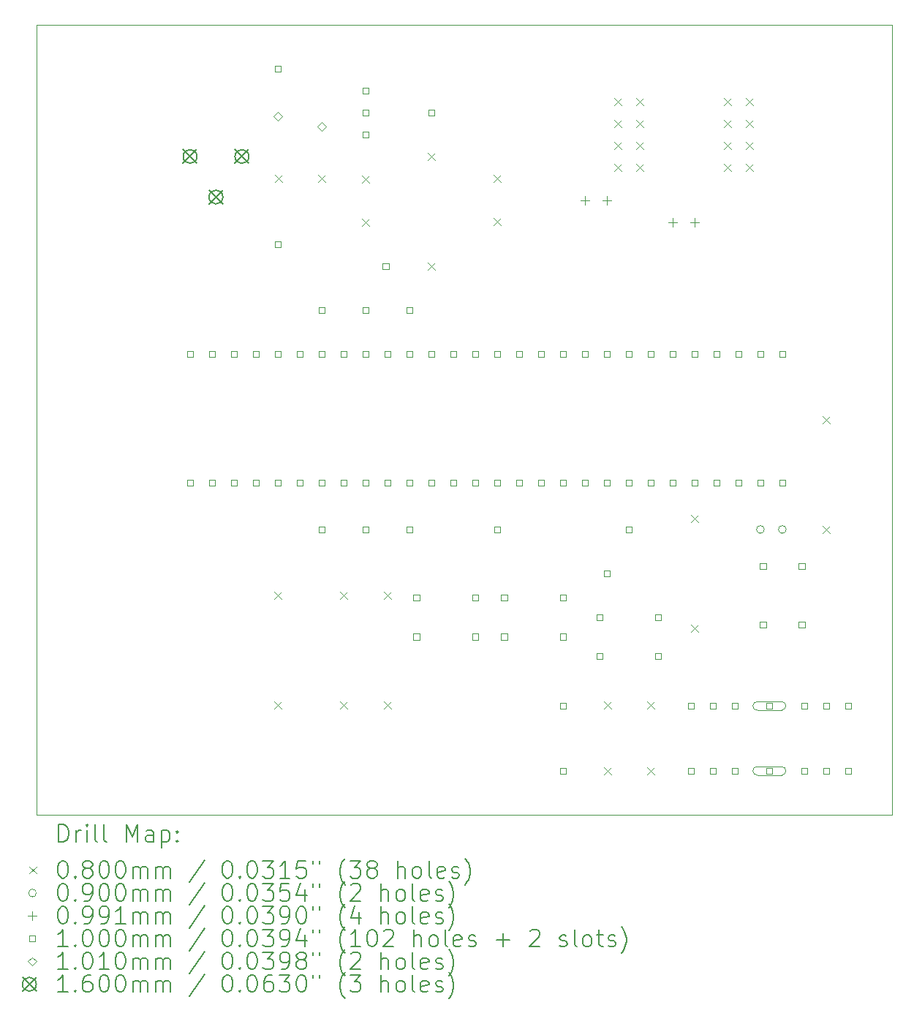
<source format=gbr>
%TF.GenerationSoftware,KiCad,Pcbnew,9.0.4*%
%TF.CreationDate,2025-11-12T17:59:11-07:00*%
%TF.ProjectId,egr304-subsystem schematic design-sb,65677233-3034-42d7-9375-627379737465,rev?*%
%TF.SameCoordinates,Original*%
%TF.FileFunction,Drillmap*%
%TF.FilePolarity,Positive*%
%FSLAX45Y45*%
G04 Gerber Fmt 4.5, Leading zero omitted, Abs format (unit mm)*
G04 Created by KiCad (PCBNEW 9.0.4) date 2025-11-12 17:59:11*
%MOMM*%
%LPD*%
G01*
G04 APERTURE LIST*
%ADD10C,0.050000*%
%ADD11C,0.200000*%
%ADD12C,0.100000*%
%ADD13C,0.101000*%
%ADD14C,0.160000*%
G04 APERTURE END LIST*
D10*
X9906000Y-5334000D02*
X19812000Y-5334000D01*
X19812000Y-14478000D01*
X9906000Y-14478000D01*
X9906000Y-5334000D01*
D11*
D12*
X12660000Y-11898000D02*
X12740000Y-11978000D01*
X12740000Y-11898000D02*
X12660000Y-11978000D01*
X12660000Y-13168000D02*
X12740000Y-13248000D01*
X12740000Y-13168000D02*
X12660000Y-13248000D01*
X12668000Y-7072000D02*
X12748000Y-7152000D01*
X12748000Y-7072000D02*
X12668000Y-7152000D01*
X13168000Y-7072000D02*
X13248000Y-7152000D01*
X13248000Y-7072000D02*
X13168000Y-7152000D01*
X13422000Y-11898000D02*
X13502000Y-11978000D01*
X13502000Y-11898000D02*
X13422000Y-11978000D01*
X13422000Y-13168000D02*
X13502000Y-13248000D01*
X13502000Y-13168000D02*
X13422000Y-13248000D01*
X13676000Y-7080000D02*
X13756000Y-7160000D01*
X13756000Y-7080000D02*
X13676000Y-7160000D01*
X13676000Y-7580000D02*
X13756000Y-7660000D01*
X13756000Y-7580000D02*
X13676000Y-7660000D01*
X13930000Y-11898000D02*
X14010000Y-11978000D01*
X14010000Y-11898000D02*
X13930000Y-11978000D01*
X13930000Y-13168000D02*
X14010000Y-13248000D01*
X14010000Y-13168000D02*
X13930000Y-13248000D01*
X14438000Y-6818000D02*
X14518000Y-6898000D01*
X14518000Y-6818000D02*
X14438000Y-6898000D01*
X14438000Y-8088000D02*
X14518000Y-8168000D01*
X14518000Y-8088000D02*
X14438000Y-8168000D01*
X15200000Y-7072000D02*
X15280000Y-7152000D01*
X15280000Y-7072000D02*
X15200000Y-7152000D01*
X15200000Y-7572000D02*
X15280000Y-7652000D01*
X15280000Y-7572000D02*
X15200000Y-7652000D01*
X16478000Y-13168000D02*
X16558000Y-13248000D01*
X16558000Y-13168000D02*
X16478000Y-13248000D01*
X16478000Y-13930000D02*
X16558000Y-14010000D01*
X16558000Y-13930000D02*
X16478000Y-14010000D01*
X16597000Y-6183000D02*
X16677000Y-6263000D01*
X16677000Y-6183000D02*
X16597000Y-6263000D01*
X16597000Y-6437000D02*
X16677000Y-6517000D01*
X16677000Y-6437000D02*
X16597000Y-6517000D01*
X16597000Y-6691000D02*
X16677000Y-6771000D01*
X16677000Y-6691000D02*
X16597000Y-6771000D01*
X16597000Y-6945000D02*
X16677000Y-7025000D01*
X16677000Y-6945000D02*
X16597000Y-7025000D01*
X16851000Y-6183000D02*
X16931000Y-6263000D01*
X16931000Y-6183000D02*
X16851000Y-6263000D01*
X16851000Y-6437000D02*
X16931000Y-6517000D01*
X16931000Y-6437000D02*
X16851000Y-6517000D01*
X16851000Y-6691000D02*
X16931000Y-6771000D01*
X16931000Y-6691000D02*
X16851000Y-6771000D01*
X16851000Y-6945000D02*
X16931000Y-7025000D01*
X16931000Y-6945000D02*
X16851000Y-7025000D01*
X16978000Y-13168000D02*
X17058000Y-13248000D01*
X17058000Y-13168000D02*
X16978000Y-13248000D01*
X16978000Y-13930000D02*
X17058000Y-14010000D01*
X17058000Y-13930000D02*
X16978000Y-14010000D01*
X17486000Y-11009000D02*
X17566000Y-11089000D01*
X17566000Y-11009000D02*
X17486000Y-11089000D01*
X17486000Y-12279000D02*
X17566000Y-12359000D01*
X17566000Y-12279000D02*
X17486000Y-12359000D01*
X17867000Y-6183000D02*
X17947000Y-6263000D01*
X17947000Y-6183000D02*
X17867000Y-6263000D01*
X17867000Y-6437000D02*
X17947000Y-6517000D01*
X17947000Y-6437000D02*
X17867000Y-6517000D01*
X17867000Y-6691000D02*
X17947000Y-6771000D01*
X17947000Y-6691000D02*
X17867000Y-6771000D01*
X17867000Y-6945000D02*
X17947000Y-7025000D01*
X17947000Y-6945000D02*
X17867000Y-7025000D01*
X18121000Y-6183000D02*
X18201000Y-6263000D01*
X18201000Y-6183000D02*
X18121000Y-6263000D01*
X18121000Y-6437000D02*
X18201000Y-6517000D01*
X18201000Y-6437000D02*
X18121000Y-6517000D01*
X18121000Y-6691000D02*
X18201000Y-6771000D01*
X18201000Y-6691000D02*
X18121000Y-6771000D01*
X18121000Y-6945000D02*
X18201000Y-7025000D01*
X18201000Y-6945000D02*
X18121000Y-7025000D01*
X19010000Y-9866000D02*
X19090000Y-9946000D01*
X19090000Y-9866000D02*
X19010000Y-9946000D01*
X19010000Y-11136000D02*
X19090000Y-11216000D01*
X19090000Y-11136000D02*
X19010000Y-11216000D01*
X18333000Y-11176000D02*
G75*
G02*
X18243000Y-11176000I-45000J0D01*
G01*
X18243000Y-11176000D02*
G75*
G02*
X18333000Y-11176000I45000J0D01*
G01*
X18587000Y-11176000D02*
G75*
G02*
X18497000Y-11176000I-45000J0D01*
G01*
X18497000Y-11176000D02*
G75*
G02*
X18587000Y-11176000I45000J0D01*
G01*
X16256000Y-7316470D02*
X16256000Y-7415530D01*
X16206470Y-7366000D02*
X16305530Y-7366000D01*
X16510000Y-7316470D02*
X16510000Y-7415530D01*
X16460470Y-7366000D02*
X16559530Y-7366000D01*
X17272000Y-7570470D02*
X17272000Y-7669530D01*
X17222470Y-7620000D02*
X17321530Y-7620000D01*
X17526000Y-7570470D02*
X17526000Y-7669530D01*
X17476470Y-7620000D02*
X17575530Y-7620000D01*
X11719356Y-9179356D02*
X11719356Y-9108644D01*
X11648644Y-9108644D01*
X11648644Y-9179356D01*
X11719356Y-9179356D01*
X11719356Y-10672356D02*
X11719356Y-10601644D01*
X11648644Y-10601644D01*
X11648644Y-10672356D01*
X11719356Y-10672356D01*
X11973356Y-9179356D02*
X11973356Y-9108644D01*
X11902644Y-9108644D01*
X11902644Y-9179356D01*
X11973356Y-9179356D01*
X11973356Y-10672356D02*
X11973356Y-10601644D01*
X11902644Y-10601644D01*
X11902644Y-10672356D01*
X11973356Y-10672356D01*
X12227356Y-9179356D02*
X12227356Y-9108644D01*
X12156644Y-9108644D01*
X12156644Y-9179356D01*
X12227356Y-9179356D01*
X12227356Y-10672356D02*
X12227356Y-10601644D01*
X12156644Y-10601644D01*
X12156644Y-10672356D01*
X12227356Y-10672356D01*
X12481356Y-9179356D02*
X12481356Y-9108644D01*
X12410644Y-9108644D01*
X12410644Y-9179356D01*
X12481356Y-9179356D01*
X12481356Y-10672356D02*
X12481356Y-10601644D01*
X12410644Y-10601644D01*
X12410644Y-10672356D01*
X12481356Y-10672356D01*
X12735356Y-5877356D02*
X12735356Y-5806644D01*
X12664644Y-5806644D01*
X12664644Y-5877356D01*
X12735356Y-5877356D01*
X12735356Y-7909356D02*
X12735356Y-7838644D01*
X12664644Y-7838644D01*
X12664644Y-7909356D01*
X12735356Y-7909356D01*
X12735356Y-9179356D02*
X12735356Y-9108644D01*
X12664644Y-9108644D01*
X12664644Y-9179356D01*
X12735356Y-9179356D01*
X12735356Y-10672356D02*
X12735356Y-10601644D01*
X12664644Y-10601644D01*
X12664644Y-10672356D01*
X12735356Y-10672356D01*
X12989356Y-9179356D02*
X12989356Y-9108644D01*
X12918644Y-9108644D01*
X12918644Y-9179356D01*
X12989356Y-9179356D01*
X12989356Y-10672356D02*
X12989356Y-10601644D01*
X12918644Y-10601644D01*
X12918644Y-10672356D01*
X12989356Y-10672356D01*
X13243356Y-8671356D02*
X13243356Y-8600644D01*
X13172644Y-8600644D01*
X13172644Y-8671356D01*
X13243356Y-8671356D01*
X13243356Y-9179356D02*
X13243356Y-9108644D01*
X13172644Y-9108644D01*
X13172644Y-9179356D01*
X13243356Y-9179356D01*
X13243356Y-10672356D02*
X13243356Y-10601644D01*
X13172644Y-10601644D01*
X13172644Y-10672356D01*
X13243356Y-10672356D01*
X13243356Y-11211356D02*
X13243356Y-11140644D01*
X13172644Y-11140644D01*
X13172644Y-11211356D01*
X13243356Y-11211356D01*
X13497356Y-9179356D02*
X13497356Y-9108644D01*
X13426644Y-9108644D01*
X13426644Y-9179356D01*
X13497356Y-9179356D01*
X13497356Y-10672356D02*
X13497356Y-10601644D01*
X13426644Y-10601644D01*
X13426644Y-10672356D01*
X13497356Y-10672356D01*
X13751356Y-6131356D02*
X13751356Y-6060644D01*
X13680644Y-6060644D01*
X13680644Y-6131356D01*
X13751356Y-6131356D01*
X13751356Y-6385356D02*
X13751356Y-6314644D01*
X13680644Y-6314644D01*
X13680644Y-6385356D01*
X13751356Y-6385356D01*
X13751356Y-6639356D02*
X13751356Y-6568644D01*
X13680644Y-6568644D01*
X13680644Y-6639356D01*
X13751356Y-6639356D01*
X13751356Y-8671356D02*
X13751356Y-8600644D01*
X13680644Y-8600644D01*
X13680644Y-8671356D01*
X13751356Y-8671356D01*
X13751356Y-9179356D02*
X13751356Y-9108644D01*
X13680644Y-9108644D01*
X13680644Y-9179356D01*
X13751356Y-9179356D01*
X13751356Y-10672356D02*
X13751356Y-10601644D01*
X13680644Y-10601644D01*
X13680644Y-10672356D01*
X13751356Y-10672356D01*
X13751356Y-11211356D02*
X13751356Y-11140644D01*
X13680644Y-11140644D01*
X13680644Y-11211356D01*
X13751356Y-11211356D01*
X13985356Y-8163356D02*
X13985356Y-8092644D01*
X13914644Y-8092644D01*
X13914644Y-8163356D01*
X13985356Y-8163356D01*
X14005356Y-9179356D02*
X14005356Y-9108644D01*
X13934644Y-9108644D01*
X13934644Y-9179356D01*
X14005356Y-9179356D01*
X14005356Y-10672356D02*
X14005356Y-10601644D01*
X13934644Y-10601644D01*
X13934644Y-10672356D01*
X14005356Y-10672356D01*
X14259356Y-8671356D02*
X14259356Y-8600644D01*
X14188644Y-8600644D01*
X14188644Y-8671356D01*
X14259356Y-8671356D01*
X14259356Y-9179356D02*
X14259356Y-9108644D01*
X14188644Y-9108644D01*
X14188644Y-9179356D01*
X14259356Y-9179356D01*
X14259356Y-10672356D02*
X14259356Y-10601644D01*
X14188644Y-10601644D01*
X14188644Y-10672356D01*
X14259356Y-10672356D01*
X14259356Y-11211356D02*
X14259356Y-11140644D01*
X14188644Y-11140644D01*
X14188644Y-11211356D01*
X14259356Y-11211356D01*
X14341356Y-12002356D02*
X14341356Y-11931644D01*
X14270644Y-11931644D01*
X14270644Y-12002356D01*
X14341356Y-12002356D01*
X14341356Y-12452356D02*
X14341356Y-12381644D01*
X14270644Y-12381644D01*
X14270644Y-12452356D01*
X14341356Y-12452356D01*
X14513356Y-6385356D02*
X14513356Y-6314644D01*
X14442644Y-6314644D01*
X14442644Y-6385356D01*
X14513356Y-6385356D01*
X14513356Y-9179356D02*
X14513356Y-9108644D01*
X14442644Y-9108644D01*
X14442644Y-9179356D01*
X14513356Y-9179356D01*
X14513356Y-10672356D02*
X14513356Y-10601644D01*
X14442644Y-10601644D01*
X14442644Y-10672356D01*
X14513356Y-10672356D01*
X14767356Y-9179356D02*
X14767356Y-9108644D01*
X14696644Y-9108644D01*
X14696644Y-9179356D01*
X14767356Y-9179356D01*
X14767356Y-10672356D02*
X14767356Y-10601644D01*
X14696644Y-10601644D01*
X14696644Y-10672356D01*
X14767356Y-10672356D01*
X15021356Y-9179356D02*
X15021356Y-9108644D01*
X14950644Y-9108644D01*
X14950644Y-9179356D01*
X15021356Y-9179356D01*
X15021356Y-10672356D02*
X15021356Y-10601644D01*
X14950644Y-10601644D01*
X14950644Y-10672356D01*
X15021356Y-10672356D01*
X15021356Y-12002356D02*
X15021356Y-11931644D01*
X14950644Y-11931644D01*
X14950644Y-12002356D01*
X15021356Y-12002356D01*
X15021356Y-12452356D02*
X15021356Y-12381644D01*
X14950644Y-12381644D01*
X14950644Y-12452356D01*
X15021356Y-12452356D01*
X15275356Y-9179356D02*
X15275356Y-9108644D01*
X15204644Y-9108644D01*
X15204644Y-9179356D01*
X15275356Y-9179356D01*
X15275356Y-10672356D02*
X15275356Y-10601644D01*
X15204644Y-10601644D01*
X15204644Y-10672356D01*
X15275356Y-10672356D01*
X15275356Y-11211356D02*
X15275356Y-11140644D01*
X15204644Y-11140644D01*
X15204644Y-11211356D01*
X15275356Y-11211356D01*
X15357356Y-12002356D02*
X15357356Y-11931644D01*
X15286644Y-11931644D01*
X15286644Y-12002356D01*
X15357356Y-12002356D01*
X15357356Y-12452356D02*
X15357356Y-12381644D01*
X15286644Y-12381644D01*
X15286644Y-12452356D01*
X15357356Y-12452356D01*
X15529356Y-9179356D02*
X15529356Y-9108644D01*
X15458644Y-9108644D01*
X15458644Y-9179356D01*
X15529356Y-9179356D01*
X15529356Y-10672356D02*
X15529356Y-10601644D01*
X15458644Y-10601644D01*
X15458644Y-10672356D01*
X15529356Y-10672356D01*
X15783356Y-9179356D02*
X15783356Y-9108644D01*
X15712644Y-9108644D01*
X15712644Y-9179356D01*
X15783356Y-9179356D01*
X15783356Y-10672356D02*
X15783356Y-10601644D01*
X15712644Y-10601644D01*
X15712644Y-10672356D01*
X15783356Y-10672356D01*
X16037356Y-9179356D02*
X16037356Y-9108644D01*
X15966644Y-9108644D01*
X15966644Y-9179356D01*
X16037356Y-9179356D01*
X16037356Y-10672356D02*
X16037356Y-10601644D01*
X15966644Y-10601644D01*
X15966644Y-10672356D01*
X16037356Y-10672356D01*
X16037356Y-12002356D02*
X16037356Y-11931644D01*
X15966644Y-11931644D01*
X15966644Y-12002356D01*
X16037356Y-12002356D01*
X16037356Y-12452356D02*
X16037356Y-12381644D01*
X15966644Y-12381644D01*
X15966644Y-12452356D01*
X16037356Y-12452356D01*
X16037356Y-13253356D02*
X16037356Y-13182644D01*
X15966644Y-13182644D01*
X15966644Y-13253356D01*
X16037356Y-13253356D01*
X16037356Y-14005356D02*
X16037356Y-13934644D01*
X15966644Y-13934644D01*
X15966644Y-14005356D01*
X16037356Y-14005356D01*
X16291356Y-9179356D02*
X16291356Y-9108644D01*
X16220644Y-9108644D01*
X16220644Y-9179356D01*
X16291356Y-9179356D01*
X16291356Y-10672356D02*
X16291356Y-10601644D01*
X16220644Y-10601644D01*
X16220644Y-10672356D01*
X16291356Y-10672356D01*
X16459356Y-12227356D02*
X16459356Y-12156644D01*
X16388644Y-12156644D01*
X16388644Y-12227356D01*
X16459356Y-12227356D01*
X16459356Y-12677356D02*
X16459356Y-12606644D01*
X16388644Y-12606644D01*
X16388644Y-12677356D01*
X16459356Y-12677356D01*
X16545356Y-9179356D02*
X16545356Y-9108644D01*
X16474644Y-9108644D01*
X16474644Y-9179356D01*
X16545356Y-9179356D01*
X16545356Y-10672356D02*
X16545356Y-10601644D01*
X16474644Y-10601644D01*
X16474644Y-10672356D01*
X16545356Y-10672356D01*
X16545356Y-11719356D02*
X16545356Y-11648644D01*
X16474644Y-11648644D01*
X16474644Y-11719356D01*
X16545356Y-11719356D01*
X16799356Y-9179356D02*
X16799356Y-9108644D01*
X16728644Y-9108644D01*
X16728644Y-9179356D01*
X16799356Y-9179356D01*
X16799356Y-10672356D02*
X16799356Y-10601644D01*
X16728644Y-10601644D01*
X16728644Y-10672356D01*
X16799356Y-10672356D01*
X16799356Y-11211356D02*
X16799356Y-11140644D01*
X16728644Y-11140644D01*
X16728644Y-11211356D01*
X16799356Y-11211356D01*
X17053356Y-9179356D02*
X17053356Y-9108644D01*
X16982644Y-9108644D01*
X16982644Y-9179356D01*
X17053356Y-9179356D01*
X17053356Y-10672356D02*
X17053356Y-10601644D01*
X16982644Y-10601644D01*
X16982644Y-10672356D01*
X17053356Y-10672356D01*
X17139356Y-12227356D02*
X17139356Y-12156644D01*
X17068644Y-12156644D01*
X17068644Y-12227356D01*
X17139356Y-12227356D01*
X17139356Y-12677356D02*
X17139356Y-12606644D01*
X17068644Y-12606644D01*
X17068644Y-12677356D01*
X17139356Y-12677356D01*
X17307356Y-9179356D02*
X17307356Y-9108644D01*
X17236644Y-9108644D01*
X17236644Y-9179356D01*
X17307356Y-9179356D01*
X17307356Y-10672356D02*
X17307356Y-10601644D01*
X17236644Y-10601644D01*
X17236644Y-10672356D01*
X17307356Y-10672356D01*
X17519356Y-13253356D02*
X17519356Y-13182644D01*
X17448644Y-13182644D01*
X17448644Y-13253356D01*
X17519356Y-13253356D01*
X17519356Y-14005356D02*
X17519356Y-13934644D01*
X17448644Y-13934644D01*
X17448644Y-14005356D01*
X17519356Y-14005356D01*
X17561356Y-9179356D02*
X17561356Y-9108644D01*
X17490644Y-9108644D01*
X17490644Y-9179356D01*
X17561356Y-9179356D01*
X17561356Y-10672356D02*
X17561356Y-10601644D01*
X17490644Y-10601644D01*
X17490644Y-10672356D01*
X17561356Y-10672356D01*
X17773356Y-13253356D02*
X17773356Y-13182644D01*
X17702644Y-13182644D01*
X17702644Y-13253356D01*
X17773356Y-13253356D01*
X17773356Y-14005356D02*
X17773356Y-13934644D01*
X17702644Y-13934644D01*
X17702644Y-14005356D01*
X17773356Y-14005356D01*
X17815356Y-9179356D02*
X17815356Y-9108644D01*
X17744644Y-9108644D01*
X17744644Y-9179356D01*
X17815356Y-9179356D01*
X17815356Y-10672356D02*
X17815356Y-10601644D01*
X17744644Y-10601644D01*
X17744644Y-10672356D01*
X17815356Y-10672356D01*
X18027356Y-13253356D02*
X18027356Y-13182644D01*
X17956644Y-13182644D01*
X17956644Y-13253356D01*
X18027356Y-13253356D01*
X18027356Y-14005356D02*
X18027356Y-13934644D01*
X17956644Y-13934644D01*
X17956644Y-14005356D01*
X18027356Y-14005356D01*
X18069356Y-9179356D02*
X18069356Y-9108644D01*
X17998644Y-9108644D01*
X17998644Y-9179356D01*
X18069356Y-9179356D01*
X18069356Y-10672356D02*
X18069356Y-10601644D01*
X17998644Y-10601644D01*
X17998644Y-10672356D01*
X18069356Y-10672356D01*
X18323356Y-9179356D02*
X18323356Y-9108644D01*
X18252644Y-9108644D01*
X18252644Y-9179356D01*
X18323356Y-9179356D01*
X18323356Y-10672356D02*
X18323356Y-10601644D01*
X18252644Y-10601644D01*
X18252644Y-10672356D01*
X18323356Y-10672356D01*
X18352356Y-11633356D02*
X18352356Y-11562644D01*
X18281644Y-11562644D01*
X18281644Y-11633356D01*
X18352356Y-11633356D01*
X18352356Y-12313356D02*
X18352356Y-12242644D01*
X18281644Y-12242644D01*
X18281644Y-12313356D01*
X18352356Y-12313356D01*
X18427356Y-13253356D02*
X18427356Y-13182644D01*
X18356644Y-13182644D01*
X18356644Y-13253356D01*
X18427356Y-13253356D01*
X18532000Y-13168000D02*
X18252000Y-13168000D01*
X18252000Y-13268000D02*
G75*
G02*
X18252000Y-13168000I0J50000D01*
G01*
X18252000Y-13268000D02*
X18532000Y-13268000D01*
X18532000Y-13268000D02*
G75*
G03*
X18532000Y-13168000I0J50000D01*
G01*
X18427356Y-14005356D02*
X18427356Y-13934644D01*
X18356644Y-13934644D01*
X18356644Y-14005356D01*
X18427356Y-14005356D01*
X18532000Y-13920000D02*
X18252000Y-13920000D01*
X18252000Y-14020000D02*
G75*
G02*
X18252000Y-13920000I0J50000D01*
G01*
X18252000Y-14020000D02*
X18532000Y-14020000D01*
X18532000Y-14020000D02*
G75*
G03*
X18532000Y-13920000I0J50000D01*
G01*
X18577356Y-9179356D02*
X18577356Y-9108644D01*
X18506644Y-9108644D01*
X18506644Y-9179356D01*
X18577356Y-9179356D01*
X18577356Y-10672356D02*
X18577356Y-10601644D01*
X18506644Y-10601644D01*
X18506644Y-10672356D01*
X18577356Y-10672356D01*
X18802356Y-11633356D02*
X18802356Y-11562644D01*
X18731644Y-11562644D01*
X18731644Y-11633356D01*
X18802356Y-11633356D01*
X18802356Y-12313356D02*
X18802356Y-12242644D01*
X18731644Y-12242644D01*
X18731644Y-12313356D01*
X18802356Y-12313356D01*
X18831356Y-13253356D02*
X18831356Y-13182644D01*
X18760644Y-13182644D01*
X18760644Y-13253356D01*
X18831356Y-13253356D01*
X18831356Y-14005356D02*
X18831356Y-13934644D01*
X18760644Y-13934644D01*
X18760644Y-14005356D01*
X18831356Y-14005356D01*
X19085356Y-13253356D02*
X19085356Y-13182644D01*
X19014644Y-13182644D01*
X19014644Y-13253356D01*
X19085356Y-13253356D01*
X19085356Y-14005356D02*
X19085356Y-13934644D01*
X19014644Y-13934644D01*
X19014644Y-14005356D01*
X19085356Y-14005356D01*
X19339356Y-13253356D02*
X19339356Y-13182644D01*
X19268644Y-13182644D01*
X19268644Y-13253356D01*
X19339356Y-13253356D01*
X19339356Y-14005356D02*
X19339356Y-13934644D01*
X19268644Y-13934644D01*
X19268644Y-14005356D01*
X19339356Y-14005356D01*
D13*
X12698000Y-6442500D02*
X12748500Y-6392000D01*
X12698000Y-6341500D01*
X12647500Y-6392000D01*
X12698000Y-6442500D01*
X13208000Y-6562500D02*
X13258500Y-6512000D01*
X13208000Y-6461500D01*
X13157500Y-6512000D01*
X13208000Y-6562500D01*
D14*
X11604000Y-6778000D02*
X11764000Y-6938000D01*
X11764000Y-6778000D02*
X11604000Y-6938000D01*
X11764000Y-6858000D02*
G75*
G02*
X11604000Y-6858000I-80000J0D01*
G01*
X11604000Y-6858000D02*
G75*
G02*
X11764000Y-6858000I80000J0D01*
G01*
X11904000Y-7248000D02*
X12064000Y-7408000D01*
X12064000Y-7248000D02*
X11904000Y-7408000D01*
X12064000Y-7328000D02*
G75*
G02*
X11904000Y-7328000I-80000J0D01*
G01*
X11904000Y-7328000D02*
G75*
G02*
X12064000Y-7328000I80000J0D01*
G01*
X12204000Y-6778000D02*
X12364000Y-6938000D01*
X12364000Y-6778000D02*
X12204000Y-6938000D01*
X12364000Y-6858000D02*
G75*
G02*
X12204000Y-6858000I-80000J0D01*
G01*
X12204000Y-6858000D02*
G75*
G02*
X12364000Y-6858000I80000J0D01*
G01*
D11*
X10164277Y-14791984D02*
X10164277Y-14591984D01*
X10164277Y-14591984D02*
X10211896Y-14591984D01*
X10211896Y-14591984D02*
X10240467Y-14601508D01*
X10240467Y-14601508D02*
X10259515Y-14620555D01*
X10259515Y-14620555D02*
X10269039Y-14639603D01*
X10269039Y-14639603D02*
X10278563Y-14677698D01*
X10278563Y-14677698D02*
X10278563Y-14706269D01*
X10278563Y-14706269D02*
X10269039Y-14744365D01*
X10269039Y-14744365D02*
X10259515Y-14763412D01*
X10259515Y-14763412D02*
X10240467Y-14782460D01*
X10240467Y-14782460D02*
X10211896Y-14791984D01*
X10211896Y-14791984D02*
X10164277Y-14791984D01*
X10364277Y-14791984D02*
X10364277Y-14658650D01*
X10364277Y-14696746D02*
X10373801Y-14677698D01*
X10373801Y-14677698D02*
X10383324Y-14668174D01*
X10383324Y-14668174D02*
X10402372Y-14658650D01*
X10402372Y-14658650D02*
X10421420Y-14658650D01*
X10488086Y-14791984D02*
X10488086Y-14658650D01*
X10488086Y-14591984D02*
X10478563Y-14601508D01*
X10478563Y-14601508D02*
X10488086Y-14611031D01*
X10488086Y-14611031D02*
X10497610Y-14601508D01*
X10497610Y-14601508D02*
X10488086Y-14591984D01*
X10488086Y-14591984D02*
X10488086Y-14611031D01*
X10611896Y-14791984D02*
X10592848Y-14782460D01*
X10592848Y-14782460D02*
X10583324Y-14763412D01*
X10583324Y-14763412D02*
X10583324Y-14591984D01*
X10716658Y-14791984D02*
X10697610Y-14782460D01*
X10697610Y-14782460D02*
X10688086Y-14763412D01*
X10688086Y-14763412D02*
X10688086Y-14591984D01*
X10945229Y-14791984D02*
X10945229Y-14591984D01*
X10945229Y-14591984D02*
X11011896Y-14734841D01*
X11011896Y-14734841D02*
X11078563Y-14591984D01*
X11078563Y-14591984D02*
X11078563Y-14791984D01*
X11259515Y-14791984D02*
X11259515Y-14687222D01*
X11259515Y-14687222D02*
X11249991Y-14668174D01*
X11249991Y-14668174D02*
X11230943Y-14658650D01*
X11230943Y-14658650D02*
X11192848Y-14658650D01*
X11192848Y-14658650D02*
X11173801Y-14668174D01*
X11259515Y-14782460D02*
X11240467Y-14791984D01*
X11240467Y-14791984D02*
X11192848Y-14791984D01*
X11192848Y-14791984D02*
X11173801Y-14782460D01*
X11173801Y-14782460D02*
X11164277Y-14763412D01*
X11164277Y-14763412D02*
X11164277Y-14744365D01*
X11164277Y-14744365D02*
X11173801Y-14725317D01*
X11173801Y-14725317D02*
X11192848Y-14715793D01*
X11192848Y-14715793D02*
X11240467Y-14715793D01*
X11240467Y-14715793D02*
X11259515Y-14706269D01*
X11354753Y-14658650D02*
X11354753Y-14858650D01*
X11354753Y-14668174D02*
X11373801Y-14658650D01*
X11373801Y-14658650D02*
X11411896Y-14658650D01*
X11411896Y-14658650D02*
X11430943Y-14668174D01*
X11430943Y-14668174D02*
X11440467Y-14677698D01*
X11440467Y-14677698D02*
X11449991Y-14696746D01*
X11449991Y-14696746D02*
X11449991Y-14753888D01*
X11449991Y-14753888D02*
X11440467Y-14772936D01*
X11440467Y-14772936D02*
X11430943Y-14782460D01*
X11430943Y-14782460D02*
X11411896Y-14791984D01*
X11411896Y-14791984D02*
X11373801Y-14791984D01*
X11373801Y-14791984D02*
X11354753Y-14782460D01*
X11535705Y-14772936D02*
X11545229Y-14782460D01*
X11545229Y-14782460D02*
X11535705Y-14791984D01*
X11535705Y-14791984D02*
X11526182Y-14782460D01*
X11526182Y-14782460D02*
X11535705Y-14772936D01*
X11535705Y-14772936D02*
X11535705Y-14791984D01*
X11535705Y-14668174D02*
X11545229Y-14677698D01*
X11545229Y-14677698D02*
X11535705Y-14687222D01*
X11535705Y-14687222D02*
X11526182Y-14677698D01*
X11526182Y-14677698D02*
X11535705Y-14668174D01*
X11535705Y-14668174D02*
X11535705Y-14687222D01*
D12*
X9823500Y-15080500D02*
X9903500Y-15160500D01*
X9903500Y-15080500D02*
X9823500Y-15160500D01*
D11*
X10202372Y-15011984D02*
X10221420Y-15011984D01*
X10221420Y-15011984D02*
X10240467Y-15021508D01*
X10240467Y-15021508D02*
X10249991Y-15031031D01*
X10249991Y-15031031D02*
X10259515Y-15050079D01*
X10259515Y-15050079D02*
X10269039Y-15088174D01*
X10269039Y-15088174D02*
X10269039Y-15135793D01*
X10269039Y-15135793D02*
X10259515Y-15173888D01*
X10259515Y-15173888D02*
X10249991Y-15192936D01*
X10249991Y-15192936D02*
X10240467Y-15202460D01*
X10240467Y-15202460D02*
X10221420Y-15211984D01*
X10221420Y-15211984D02*
X10202372Y-15211984D01*
X10202372Y-15211984D02*
X10183324Y-15202460D01*
X10183324Y-15202460D02*
X10173801Y-15192936D01*
X10173801Y-15192936D02*
X10164277Y-15173888D01*
X10164277Y-15173888D02*
X10154753Y-15135793D01*
X10154753Y-15135793D02*
X10154753Y-15088174D01*
X10154753Y-15088174D02*
X10164277Y-15050079D01*
X10164277Y-15050079D02*
X10173801Y-15031031D01*
X10173801Y-15031031D02*
X10183324Y-15021508D01*
X10183324Y-15021508D02*
X10202372Y-15011984D01*
X10354753Y-15192936D02*
X10364277Y-15202460D01*
X10364277Y-15202460D02*
X10354753Y-15211984D01*
X10354753Y-15211984D02*
X10345229Y-15202460D01*
X10345229Y-15202460D02*
X10354753Y-15192936D01*
X10354753Y-15192936D02*
X10354753Y-15211984D01*
X10478563Y-15097698D02*
X10459515Y-15088174D01*
X10459515Y-15088174D02*
X10449991Y-15078650D01*
X10449991Y-15078650D02*
X10440467Y-15059603D01*
X10440467Y-15059603D02*
X10440467Y-15050079D01*
X10440467Y-15050079D02*
X10449991Y-15031031D01*
X10449991Y-15031031D02*
X10459515Y-15021508D01*
X10459515Y-15021508D02*
X10478563Y-15011984D01*
X10478563Y-15011984D02*
X10516658Y-15011984D01*
X10516658Y-15011984D02*
X10535705Y-15021508D01*
X10535705Y-15021508D02*
X10545229Y-15031031D01*
X10545229Y-15031031D02*
X10554753Y-15050079D01*
X10554753Y-15050079D02*
X10554753Y-15059603D01*
X10554753Y-15059603D02*
X10545229Y-15078650D01*
X10545229Y-15078650D02*
X10535705Y-15088174D01*
X10535705Y-15088174D02*
X10516658Y-15097698D01*
X10516658Y-15097698D02*
X10478563Y-15097698D01*
X10478563Y-15097698D02*
X10459515Y-15107222D01*
X10459515Y-15107222D02*
X10449991Y-15116746D01*
X10449991Y-15116746D02*
X10440467Y-15135793D01*
X10440467Y-15135793D02*
X10440467Y-15173888D01*
X10440467Y-15173888D02*
X10449991Y-15192936D01*
X10449991Y-15192936D02*
X10459515Y-15202460D01*
X10459515Y-15202460D02*
X10478563Y-15211984D01*
X10478563Y-15211984D02*
X10516658Y-15211984D01*
X10516658Y-15211984D02*
X10535705Y-15202460D01*
X10535705Y-15202460D02*
X10545229Y-15192936D01*
X10545229Y-15192936D02*
X10554753Y-15173888D01*
X10554753Y-15173888D02*
X10554753Y-15135793D01*
X10554753Y-15135793D02*
X10545229Y-15116746D01*
X10545229Y-15116746D02*
X10535705Y-15107222D01*
X10535705Y-15107222D02*
X10516658Y-15097698D01*
X10678563Y-15011984D02*
X10697610Y-15011984D01*
X10697610Y-15011984D02*
X10716658Y-15021508D01*
X10716658Y-15021508D02*
X10726182Y-15031031D01*
X10726182Y-15031031D02*
X10735705Y-15050079D01*
X10735705Y-15050079D02*
X10745229Y-15088174D01*
X10745229Y-15088174D02*
X10745229Y-15135793D01*
X10745229Y-15135793D02*
X10735705Y-15173888D01*
X10735705Y-15173888D02*
X10726182Y-15192936D01*
X10726182Y-15192936D02*
X10716658Y-15202460D01*
X10716658Y-15202460D02*
X10697610Y-15211984D01*
X10697610Y-15211984D02*
X10678563Y-15211984D01*
X10678563Y-15211984D02*
X10659515Y-15202460D01*
X10659515Y-15202460D02*
X10649991Y-15192936D01*
X10649991Y-15192936D02*
X10640467Y-15173888D01*
X10640467Y-15173888D02*
X10630944Y-15135793D01*
X10630944Y-15135793D02*
X10630944Y-15088174D01*
X10630944Y-15088174D02*
X10640467Y-15050079D01*
X10640467Y-15050079D02*
X10649991Y-15031031D01*
X10649991Y-15031031D02*
X10659515Y-15021508D01*
X10659515Y-15021508D02*
X10678563Y-15011984D01*
X10869039Y-15011984D02*
X10888086Y-15011984D01*
X10888086Y-15011984D02*
X10907134Y-15021508D01*
X10907134Y-15021508D02*
X10916658Y-15031031D01*
X10916658Y-15031031D02*
X10926182Y-15050079D01*
X10926182Y-15050079D02*
X10935705Y-15088174D01*
X10935705Y-15088174D02*
X10935705Y-15135793D01*
X10935705Y-15135793D02*
X10926182Y-15173888D01*
X10926182Y-15173888D02*
X10916658Y-15192936D01*
X10916658Y-15192936D02*
X10907134Y-15202460D01*
X10907134Y-15202460D02*
X10888086Y-15211984D01*
X10888086Y-15211984D02*
X10869039Y-15211984D01*
X10869039Y-15211984D02*
X10849991Y-15202460D01*
X10849991Y-15202460D02*
X10840467Y-15192936D01*
X10840467Y-15192936D02*
X10830944Y-15173888D01*
X10830944Y-15173888D02*
X10821420Y-15135793D01*
X10821420Y-15135793D02*
X10821420Y-15088174D01*
X10821420Y-15088174D02*
X10830944Y-15050079D01*
X10830944Y-15050079D02*
X10840467Y-15031031D01*
X10840467Y-15031031D02*
X10849991Y-15021508D01*
X10849991Y-15021508D02*
X10869039Y-15011984D01*
X11021420Y-15211984D02*
X11021420Y-15078650D01*
X11021420Y-15097698D02*
X11030944Y-15088174D01*
X11030944Y-15088174D02*
X11049991Y-15078650D01*
X11049991Y-15078650D02*
X11078563Y-15078650D01*
X11078563Y-15078650D02*
X11097610Y-15088174D01*
X11097610Y-15088174D02*
X11107134Y-15107222D01*
X11107134Y-15107222D02*
X11107134Y-15211984D01*
X11107134Y-15107222D02*
X11116658Y-15088174D01*
X11116658Y-15088174D02*
X11135705Y-15078650D01*
X11135705Y-15078650D02*
X11164277Y-15078650D01*
X11164277Y-15078650D02*
X11183325Y-15088174D01*
X11183325Y-15088174D02*
X11192848Y-15107222D01*
X11192848Y-15107222D02*
X11192848Y-15211984D01*
X11288086Y-15211984D02*
X11288086Y-15078650D01*
X11288086Y-15097698D02*
X11297610Y-15088174D01*
X11297610Y-15088174D02*
X11316658Y-15078650D01*
X11316658Y-15078650D02*
X11345229Y-15078650D01*
X11345229Y-15078650D02*
X11364277Y-15088174D01*
X11364277Y-15088174D02*
X11373801Y-15107222D01*
X11373801Y-15107222D02*
X11373801Y-15211984D01*
X11373801Y-15107222D02*
X11383324Y-15088174D01*
X11383324Y-15088174D02*
X11402372Y-15078650D01*
X11402372Y-15078650D02*
X11430943Y-15078650D01*
X11430943Y-15078650D02*
X11449991Y-15088174D01*
X11449991Y-15088174D02*
X11459515Y-15107222D01*
X11459515Y-15107222D02*
X11459515Y-15211984D01*
X11849991Y-15002460D02*
X11678563Y-15259603D01*
X12107134Y-15011984D02*
X12126182Y-15011984D01*
X12126182Y-15011984D02*
X12145229Y-15021508D01*
X12145229Y-15021508D02*
X12154753Y-15031031D01*
X12154753Y-15031031D02*
X12164277Y-15050079D01*
X12164277Y-15050079D02*
X12173801Y-15088174D01*
X12173801Y-15088174D02*
X12173801Y-15135793D01*
X12173801Y-15135793D02*
X12164277Y-15173888D01*
X12164277Y-15173888D02*
X12154753Y-15192936D01*
X12154753Y-15192936D02*
X12145229Y-15202460D01*
X12145229Y-15202460D02*
X12126182Y-15211984D01*
X12126182Y-15211984D02*
X12107134Y-15211984D01*
X12107134Y-15211984D02*
X12088086Y-15202460D01*
X12088086Y-15202460D02*
X12078563Y-15192936D01*
X12078563Y-15192936D02*
X12069039Y-15173888D01*
X12069039Y-15173888D02*
X12059515Y-15135793D01*
X12059515Y-15135793D02*
X12059515Y-15088174D01*
X12059515Y-15088174D02*
X12069039Y-15050079D01*
X12069039Y-15050079D02*
X12078563Y-15031031D01*
X12078563Y-15031031D02*
X12088086Y-15021508D01*
X12088086Y-15021508D02*
X12107134Y-15011984D01*
X12259515Y-15192936D02*
X12269039Y-15202460D01*
X12269039Y-15202460D02*
X12259515Y-15211984D01*
X12259515Y-15211984D02*
X12249991Y-15202460D01*
X12249991Y-15202460D02*
X12259515Y-15192936D01*
X12259515Y-15192936D02*
X12259515Y-15211984D01*
X12392848Y-15011984D02*
X12411896Y-15011984D01*
X12411896Y-15011984D02*
X12430944Y-15021508D01*
X12430944Y-15021508D02*
X12440467Y-15031031D01*
X12440467Y-15031031D02*
X12449991Y-15050079D01*
X12449991Y-15050079D02*
X12459515Y-15088174D01*
X12459515Y-15088174D02*
X12459515Y-15135793D01*
X12459515Y-15135793D02*
X12449991Y-15173888D01*
X12449991Y-15173888D02*
X12440467Y-15192936D01*
X12440467Y-15192936D02*
X12430944Y-15202460D01*
X12430944Y-15202460D02*
X12411896Y-15211984D01*
X12411896Y-15211984D02*
X12392848Y-15211984D01*
X12392848Y-15211984D02*
X12373801Y-15202460D01*
X12373801Y-15202460D02*
X12364277Y-15192936D01*
X12364277Y-15192936D02*
X12354753Y-15173888D01*
X12354753Y-15173888D02*
X12345229Y-15135793D01*
X12345229Y-15135793D02*
X12345229Y-15088174D01*
X12345229Y-15088174D02*
X12354753Y-15050079D01*
X12354753Y-15050079D02*
X12364277Y-15031031D01*
X12364277Y-15031031D02*
X12373801Y-15021508D01*
X12373801Y-15021508D02*
X12392848Y-15011984D01*
X12526182Y-15011984D02*
X12649991Y-15011984D01*
X12649991Y-15011984D02*
X12583325Y-15088174D01*
X12583325Y-15088174D02*
X12611896Y-15088174D01*
X12611896Y-15088174D02*
X12630944Y-15097698D01*
X12630944Y-15097698D02*
X12640467Y-15107222D01*
X12640467Y-15107222D02*
X12649991Y-15126269D01*
X12649991Y-15126269D02*
X12649991Y-15173888D01*
X12649991Y-15173888D02*
X12640467Y-15192936D01*
X12640467Y-15192936D02*
X12630944Y-15202460D01*
X12630944Y-15202460D02*
X12611896Y-15211984D01*
X12611896Y-15211984D02*
X12554753Y-15211984D01*
X12554753Y-15211984D02*
X12535706Y-15202460D01*
X12535706Y-15202460D02*
X12526182Y-15192936D01*
X12840467Y-15211984D02*
X12726182Y-15211984D01*
X12783325Y-15211984D02*
X12783325Y-15011984D01*
X12783325Y-15011984D02*
X12764277Y-15040555D01*
X12764277Y-15040555D02*
X12745229Y-15059603D01*
X12745229Y-15059603D02*
X12726182Y-15069127D01*
X13021420Y-15011984D02*
X12926182Y-15011984D01*
X12926182Y-15011984D02*
X12916658Y-15107222D01*
X12916658Y-15107222D02*
X12926182Y-15097698D01*
X12926182Y-15097698D02*
X12945229Y-15088174D01*
X12945229Y-15088174D02*
X12992848Y-15088174D01*
X12992848Y-15088174D02*
X13011896Y-15097698D01*
X13011896Y-15097698D02*
X13021420Y-15107222D01*
X13021420Y-15107222D02*
X13030944Y-15126269D01*
X13030944Y-15126269D02*
X13030944Y-15173888D01*
X13030944Y-15173888D02*
X13021420Y-15192936D01*
X13021420Y-15192936D02*
X13011896Y-15202460D01*
X13011896Y-15202460D02*
X12992848Y-15211984D01*
X12992848Y-15211984D02*
X12945229Y-15211984D01*
X12945229Y-15211984D02*
X12926182Y-15202460D01*
X12926182Y-15202460D02*
X12916658Y-15192936D01*
X13107134Y-15011984D02*
X13107134Y-15050079D01*
X13183325Y-15011984D02*
X13183325Y-15050079D01*
X13478563Y-15288174D02*
X13469039Y-15278650D01*
X13469039Y-15278650D02*
X13449991Y-15250079D01*
X13449991Y-15250079D02*
X13440468Y-15231031D01*
X13440468Y-15231031D02*
X13430944Y-15202460D01*
X13430944Y-15202460D02*
X13421420Y-15154841D01*
X13421420Y-15154841D02*
X13421420Y-15116746D01*
X13421420Y-15116746D02*
X13430944Y-15069127D01*
X13430944Y-15069127D02*
X13440468Y-15040555D01*
X13440468Y-15040555D02*
X13449991Y-15021508D01*
X13449991Y-15021508D02*
X13469039Y-14992936D01*
X13469039Y-14992936D02*
X13478563Y-14983412D01*
X13535706Y-15011984D02*
X13659515Y-15011984D01*
X13659515Y-15011984D02*
X13592848Y-15088174D01*
X13592848Y-15088174D02*
X13621420Y-15088174D01*
X13621420Y-15088174D02*
X13640468Y-15097698D01*
X13640468Y-15097698D02*
X13649991Y-15107222D01*
X13649991Y-15107222D02*
X13659515Y-15126269D01*
X13659515Y-15126269D02*
X13659515Y-15173888D01*
X13659515Y-15173888D02*
X13649991Y-15192936D01*
X13649991Y-15192936D02*
X13640468Y-15202460D01*
X13640468Y-15202460D02*
X13621420Y-15211984D01*
X13621420Y-15211984D02*
X13564277Y-15211984D01*
X13564277Y-15211984D02*
X13545229Y-15202460D01*
X13545229Y-15202460D02*
X13535706Y-15192936D01*
X13773801Y-15097698D02*
X13754753Y-15088174D01*
X13754753Y-15088174D02*
X13745229Y-15078650D01*
X13745229Y-15078650D02*
X13735706Y-15059603D01*
X13735706Y-15059603D02*
X13735706Y-15050079D01*
X13735706Y-15050079D02*
X13745229Y-15031031D01*
X13745229Y-15031031D02*
X13754753Y-15021508D01*
X13754753Y-15021508D02*
X13773801Y-15011984D01*
X13773801Y-15011984D02*
X13811896Y-15011984D01*
X13811896Y-15011984D02*
X13830944Y-15021508D01*
X13830944Y-15021508D02*
X13840468Y-15031031D01*
X13840468Y-15031031D02*
X13849991Y-15050079D01*
X13849991Y-15050079D02*
X13849991Y-15059603D01*
X13849991Y-15059603D02*
X13840468Y-15078650D01*
X13840468Y-15078650D02*
X13830944Y-15088174D01*
X13830944Y-15088174D02*
X13811896Y-15097698D01*
X13811896Y-15097698D02*
X13773801Y-15097698D01*
X13773801Y-15097698D02*
X13754753Y-15107222D01*
X13754753Y-15107222D02*
X13745229Y-15116746D01*
X13745229Y-15116746D02*
X13735706Y-15135793D01*
X13735706Y-15135793D02*
X13735706Y-15173888D01*
X13735706Y-15173888D02*
X13745229Y-15192936D01*
X13745229Y-15192936D02*
X13754753Y-15202460D01*
X13754753Y-15202460D02*
X13773801Y-15211984D01*
X13773801Y-15211984D02*
X13811896Y-15211984D01*
X13811896Y-15211984D02*
X13830944Y-15202460D01*
X13830944Y-15202460D02*
X13840468Y-15192936D01*
X13840468Y-15192936D02*
X13849991Y-15173888D01*
X13849991Y-15173888D02*
X13849991Y-15135793D01*
X13849991Y-15135793D02*
X13840468Y-15116746D01*
X13840468Y-15116746D02*
X13830944Y-15107222D01*
X13830944Y-15107222D02*
X13811896Y-15097698D01*
X14088087Y-15211984D02*
X14088087Y-15011984D01*
X14173801Y-15211984D02*
X14173801Y-15107222D01*
X14173801Y-15107222D02*
X14164277Y-15088174D01*
X14164277Y-15088174D02*
X14145230Y-15078650D01*
X14145230Y-15078650D02*
X14116658Y-15078650D01*
X14116658Y-15078650D02*
X14097610Y-15088174D01*
X14097610Y-15088174D02*
X14088087Y-15097698D01*
X14297610Y-15211984D02*
X14278563Y-15202460D01*
X14278563Y-15202460D02*
X14269039Y-15192936D01*
X14269039Y-15192936D02*
X14259515Y-15173888D01*
X14259515Y-15173888D02*
X14259515Y-15116746D01*
X14259515Y-15116746D02*
X14269039Y-15097698D01*
X14269039Y-15097698D02*
X14278563Y-15088174D01*
X14278563Y-15088174D02*
X14297610Y-15078650D01*
X14297610Y-15078650D02*
X14326182Y-15078650D01*
X14326182Y-15078650D02*
X14345230Y-15088174D01*
X14345230Y-15088174D02*
X14354753Y-15097698D01*
X14354753Y-15097698D02*
X14364277Y-15116746D01*
X14364277Y-15116746D02*
X14364277Y-15173888D01*
X14364277Y-15173888D02*
X14354753Y-15192936D01*
X14354753Y-15192936D02*
X14345230Y-15202460D01*
X14345230Y-15202460D02*
X14326182Y-15211984D01*
X14326182Y-15211984D02*
X14297610Y-15211984D01*
X14478563Y-15211984D02*
X14459515Y-15202460D01*
X14459515Y-15202460D02*
X14449991Y-15183412D01*
X14449991Y-15183412D02*
X14449991Y-15011984D01*
X14630944Y-15202460D02*
X14611896Y-15211984D01*
X14611896Y-15211984D02*
X14573801Y-15211984D01*
X14573801Y-15211984D02*
X14554753Y-15202460D01*
X14554753Y-15202460D02*
X14545230Y-15183412D01*
X14545230Y-15183412D02*
X14545230Y-15107222D01*
X14545230Y-15107222D02*
X14554753Y-15088174D01*
X14554753Y-15088174D02*
X14573801Y-15078650D01*
X14573801Y-15078650D02*
X14611896Y-15078650D01*
X14611896Y-15078650D02*
X14630944Y-15088174D01*
X14630944Y-15088174D02*
X14640468Y-15107222D01*
X14640468Y-15107222D02*
X14640468Y-15126269D01*
X14640468Y-15126269D02*
X14545230Y-15145317D01*
X14716658Y-15202460D02*
X14735706Y-15211984D01*
X14735706Y-15211984D02*
X14773801Y-15211984D01*
X14773801Y-15211984D02*
X14792849Y-15202460D01*
X14792849Y-15202460D02*
X14802372Y-15183412D01*
X14802372Y-15183412D02*
X14802372Y-15173888D01*
X14802372Y-15173888D02*
X14792849Y-15154841D01*
X14792849Y-15154841D02*
X14773801Y-15145317D01*
X14773801Y-15145317D02*
X14745230Y-15145317D01*
X14745230Y-15145317D02*
X14726182Y-15135793D01*
X14726182Y-15135793D02*
X14716658Y-15116746D01*
X14716658Y-15116746D02*
X14716658Y-15107222D01*
X14716658Y-15107222D02*
X14726182Y-15088174D01*
X14726182Y-15088174D02*
X14745230Y-15078650D01*
X14745230Y-15078650D02*
X14773801Y-15078650D01*
X14773801Y-15078650D02*
X14792849Y-15088174D01*
X14869039Y-15288174D02*
X14878563Y-15278650D01*
X14878563Y-15278650D02*
X14897611Y-15250079D01*
X14897611Y-15250079D02*
X14907134Y-15231031D01*
X14907134Y-15231031D02*
X14916658Y-15202460D01*
X14916658Y-15202460D02*
X14926182Y-15154841D01*
X14926182Y-15154841D02*
X14926182Y-15116746D01*
X14926182Y-15116746D02*
X14916658Y-15069127D01*
X14916658Y-15069127D02*
X14907134Y-15040555D01*
X14907134Y-15040555D02*
X14897611Y-15021508D01*
X14897611Y-15021508D02*
X14878563Y-14992936D01*
X14878563Y-14992936D02*
X14869039Y-14983412D01*
D12*
X9903500Y-15384500D02*
G75*
G02*
X9813500Y-15384500I-45000J0D01*
G01*
X9813500Y-15384500D02*
G75*
G02*
X9903500Y-15384500I45000J0D01*
G01*
D11*
X10202372Y-15275984D02*
X10221420Y-15275984D01*
X10221420Y-15275984D02*
X10240467Y-15285508D01*
X10240467Y-15285508D02*
X10249991Y-15295031D01*
X10249991Y-15295031D02*
X10259515Y-15314079D01*
X10259515Y-15314079D02*
X10269039Y-15352174D01*
X10269039Y-15352174D02*
X10269039Y-15399793D01*
X10269039Y-15399793D02*
X10259515Y-15437888D01*
X10259515Y-15437888D02*
X10249991Y-15456936D01*
X10249991Y-15456936D02*
X10240467Y-15466460D01*
X10240467Y-15466460D02*
X10221420Y-15475984D01*
X10221420Y-15475984D02*
X10202372Y-15475984D01*
X10202372Y-15475984D02*
X10183324Y-15466460D01*
X10183324Y-15466460D02*
X10173801Y-15456936D01*
X10173801Y-15456936D02*
X10164277Y-15437888D01*
X10164277Y-15437888D02*
X10154753Y-15399793D01*
X10154753Y-15399793D02*
X10154753Y-15352174D01*
X10154753Y-15352174D02*
X10164277Y-15314079D01*
X10164277Y-15314079D02*
X10173801Y-15295031D01*
X10173801Y-15295031D02*
X10183324Y-15285508D01*
X10183324Y-15285508D02*
X10202372Y-15275984D01*
X10354753Y-15456936D02*
X10364277Y-15466460D01*
X10364277Y-15466460D02*
X10354753Y-15475984D01*
X10354753Y-15475984D02*
X10345229Y-15466460D01*
X10345229Y-15466460D02*
X10354753Y-15456936D01*
X10354753Y-15456936D02*
X10354753Y-15475984D01*
X10459515Y-15475984D02*
X10497610Y-15475984D01*
X10497610Y-15475984D02*
X10516658Y-15466460D01*
X10516658Y-15466460D02*
X10526182Y-15456936D01*
X10526182Y-15456936D02*
X10545229Y-15428365D01*
X10545229Y-15428365D02*
X10554753Y-15390269D01*
X10554753Y-15390269D02*
X10554753Y-15314079D01*
X10554753Y-15314079D02*
X10545229Y-15295031D01*
X10545229Y-15295031D02*
X10535705Y-15285508D01*
X10535705Y-15285508D02*
X10516658Y-15275984D01*
X10516658Y-15275984D02*
X10478563Y-15275984D01*
X10478563Y-15275984D02*
X10459515Y-15285508D01*
X10459515Y-15285508D02*
X10449991Y-15295031D01*
X10449991Y-15295031D02*
X10440467Y-15314079D01*
X10440467Y-15314079D02*
X10440467Y-15361698D01*
X10440467Y-15361698D02*
X10449991Y-15380746D01*
X10449991Y-15380746D02*
X10459515Y-15390269D01*
X10459515Y-15390269D02*
X10478563Y-15399793D01*
X10478563Y-15399793D02*
X10516658Y-15399793D01*
X10516658Y-15399793D02*
X10535705Y-15390269D01*
X10535705Y-15390269D02*
X10545229Y-15380746D01*
X10545229Y-15380746D02*
X10554753Y-15361698D01*
X10678563Y-15275984D02*
X10697610Y-15275984D01*
X10697610Y-15275984D02*
X10716658Y-15285508D01*
X10716658Y-15285508D02*
X10726182Y-15295031D01*
X10726182Y-15295031D02*
X10735705Y-15314079D01*
X10735705Y-15314079D02*
X10745229Y-15352174D01*
X10745229Y-15352174D02*
X10745229Y-15399793D01*
X10745229Y-15399793D02*
X10735705Y-15437888D01*
X10735705Y-15437888D02*
X10726182Y-15456936D01*
X10726182Y-15456936D02*
X10716658Y-15466460D01*
X10716658Y-15466460D02*
X10697610Y-15475984D01*
X10697610Y-15475984D02*
X10678563Y-15475984D01*
X10678563Y-15475984D02*
X10659515Y-15466460D01*
X10659515Y-15466460D02*
X10649991Y-15456936D01*
X10649991Y-15456936D02*
X10640467Y-15437888D01*
X10640467Y-15437888D02*
X10630944Y-15399793D01*
X10630944Y-15399793D02*
X10630944Y-15352174D01*
X10630944Y-15352174D02*
X10640467Y-15314079D01*
X10640467Y-15314079D02*
X10649991Y-15295031D01*
X10649991Y-15295031D02*
X10659515Y-15285508D01*
X10659515Y-15285508D02*
X10678563Y-15275984D01*
X10869039Y-15275984D02*
X10888086Y-15275984D01*
X10888086Y-15275984D02*
X10907134Y-15285508D01*
X10907134Y-15285508D02*
X10916658Y-15295031D01*
X10916658Y-15295031D02*
X10926182Y-15314079D01*
X10926182Y-15314079D02*
X10935705Y-15352174D01*
X10935705Y-15352174D02*
X10935705Y-15399793D01*
X10935705Y-15399793D02*
X10926182Y-15437888D01*
X10926182Y-15437888D02*
X10916658Y-15456936D01*
X10916658Y-15456936D02*
X10907134Y-15466460D01*
X10907134Y-15466460D02*
X10888086Y-15475984D01*
X10888086Y-15475984D02*
X10869039Y-15475984D01*
X10869039Y-15475984D02*
X10849991Y-15466460D01*
X10849991Y-15466460D02*
X10840467Y-15456936D01*
X10840467Y-15456936D02*
X10830944Y-15437888D01*
X10830944Y-15437888D02*
X10821420Y-15399793D01*
X10821420Y-15399793D02*
X10821420Y-15352174D01*
X10821420Y-15352174D02*
X10830944Y-15314079D01*
X10830944Y-15314079D02*
X10840467Y-15295031D01*
X10840467Y-15295031D02*
X10849991Y-15285508D01*
X10849991Y-15285508D02*
X10869039Y-15275984D01*
X11021420Y-15475984D02*
X11021420Y-15342650D01*
X11021420Y-15361698D02*
X11030944Y-15352174D01*
X11030944Y-15352174D02*
X11049991Y-15342650D01*
X11049991Y-15342650D02*
X11078563Y-15342650D01*
X11078563Y-15342650D02*
X11097610Y-15352174D01*
X11097610Y-15352174D02*
X11107134Y-15371222D01*
X11107134Y-15371222D02*
X11107134Y-15475984D01*
X11107134Y-15371222D02*
X11116658Y-15352174D01*
X11116658Y-15352174D02*
X11135705Y-15342650D01*
X11135705Y-15342650D02*
X11164277Y-15342650D01*
X11164277Y-15342650D02*
X11183325Y-15352174D01*
X11183325Y-15352174D02*
X11192848Y-15371222D01*
X11192848Y-15371222D02*
X11192848Y-15475984D01*
X11288086Y-15475984D02*
X11288086Y-15342650D01*
X11288086Y-15361698D02*
X11297610Y-15352174D01*
X11297610Y-15352174D02*
X11316658Y-15342650D01*
X11316658Y-15342650D02*
X11345229Y-15342650D01*
X11345229Y-15342650D02*
X11364277Y-15352174D01*
X11364277Y-15352174D02*
X11373801Y-15371222D01*
X11373801Y-15371222D02*
X11373801Y-15475984D01*
X11373801Y-15371222D02*
X11383324Y-15352174D01*
X11383324Y-15352174D02*
X11402372Y-15342650D01*
X11402372Y-15342650D02*
X11430943Y-15342650D01*
X11430943Y-15342650D02*
X11449991Y-15352174D01*
X11449991Y-15352174D02*
X11459515Y-15371222D01*
X11459515Y-15371222D02*
X11459515Y-15475984D01*
X11849991Y-15266460D02*
X11678563Y-15523603D01*
X12107134Y-15275984D02*
X12126182Y-15275984D01*
X12126182Y-15275984D02*
X12145229Y-15285508D01*
X12145229Y-15285508D02*
X12154753Y-15295031D01*
X12154753Y-15295031D02*
X12164277Y-15314079D01*
X12164277Y-15314079D02*
X12173801Y-15352174D01*
X12173801Y-15352174D02*
X12173801Y-15399793D01*
X12173801Y-15399793D02*
X12164277Y-15437888D01*
X12164277Y-15437888D02*
X12154753Y-15456936D01*
X12154753Y-15456936D02*
X12145229Y-15466460D01*
X12145229Y-15466460D02*
X12126182Y-15475984D01*
X12126182Y-15475984D02*
X12107134Y-15475984D01*
X12107134Y-15475984D02*
X12088086Y-15466460D01*
X12088086Y-15466460D02*
X12078563Y-15456936D01*
X12078563Y-15456936D02*
X12069039Y-15437888D01*
X12069039Y-15437888D02*
X12059515Y-15399793D01*
X12059515Y-15399793D02*
X12059515Y-15352174D01*
X12059515Y-15352174D02*
X12069039Y-15314079D01*
X12069039Y-15314079D02*
X12078563Y-15295031D01*
X12078563Y-15295031D02*
X12088086Y-15285508D01*
X12088086Y-15285508D02*
X12107134Y-15275984D01*
X12259515Y-15456936D02*
X12269039Y-15466460D01*
X12269039Y-15466460D02*
X12259515Y-15475984D01*
X12259515Y-15475984D02*
X12249991Y-15466460D01*
X12249991Y-15466460D02*
X12259515Y-15456936D01*
X12259515Y-15456936D02*
X12259515Y-15475984D01*
X12392848Y-15275984D02*
X12411896Y-15275984D01*
X12411896Y-15275984D02*
X12430944Y-15285508D01*
X12430944Y-15285508D02*
X12440467Y-15295031D01*
X12440467Y-15295031D02*
X12449991Y-15314079D01*
X12449991Y-15314079D02*
X12459515Y-15352174D01*
X12459515Y-15352174D02*
X12459515Y-15399793D01*
X12459515Y-15399793D02*
X12449991Y-15437888D01*
X12449991Y-15437888D02*
X12440467Y-15456936D01*
X12440467Y-15456936D02*
X12430944Y-15466460D01*
X12430944Y-15466460D02*
X12411896Y-15475984D01*
X12411896Y-15475984D02*
X12392848Y-15475984D01*
X12392848Y-15475984D02*
X12373801Y-15466460D01*
X12373801Y-15466460D02*
X12364277Y-15456936D01*
X12364277Y-15456936D02*
X12354753Y-15437888D01*
X12354753Y-15437888D02*
X12345229Y-15399793D01*
X12345229Y-15399793D02*
X12345229Y-15352174D01*
X12345229Y-15352174D02*
X12354753Y-15314079D01*
X12354753Y-15314079D02*
X12364277Y-15295031D01*
X12364277Y-15295031D02*
X12373801Y-15285508D01*
X12373801Y-15285508D02*
X12392848Y-15275984D01*
X12526182Y-15275984D02*
X12649991Y-15275984D01*
X12649991Y-15275984D02*
X12583325Y-15352174D01*
X12583325Y-15352174D02*
X12611896Y-15352174D01*
X12611896Y-15352174D02*
X12630944Y-15361698D01*
X12630944Y-15361698D02*
X12640467Y-15371222D01*
X12640467Y-15371222D02*
X12649991Y-15390269D01*
X12649991Y-15390269D02*
X12649991Y-15437888D01*
X12649991Y-15437888D02*
X12640467Y-15456936D01*
X12640467Y-15456936D02*
X12630944Y-15466460D01*
X12630944Y-15466460D02*
X12611896Y-15475984D01*
X12611896Y-15475984D02*
X12554753Y-15475984D01*
X12554753Y-15475984D02*
X12535706Y-15466460D01*
X12535706Y-15466460D02*
X12526182Y-15456936D01*
X12830944Y-15275984D02*
X12735706Y-15275984D01*
X12735706Y-15275984D02*
X12726182Y-15371222D01*
X12726182Y-15371222D02*
X12735706Y-15361698D01*
X12735706Y-15361698D02*
X12754753Y-15352174D01*
X12754753Y-15352174D02*
X12802372Y-15352174D01*
X12802372Y-15352174D02*
X12821420Y-15361698D01*
X12821420Y-15361698D02*
X12830944Y-15371222D01*
X12830944Y-15371222D02*
X12840467Y-15390269D01*
X12840467Y-15390269D02*
X12840467Y-15437888D01*
X12840467Y-15437888D02*
X12830944Y-15456936D01*
X12830944Y-15456936D02*
X12821420Y-15466460D01*
X12821420Y-15466460D02*
X12802372Y-15475984D01*
X12802372Y-15475984D02*
X12754753Y-15475984D01*
X12754753Y-15475984D02*
X12735706Y-15466460D01*
X12735706Y-15466460D02*
X12726182Y-15456936D01*
X13011896Y-15342650D02*
X13011896Y-15475984D01*
X12964277Y-15266460D02*
X12916658Y-15409317D01*
X12916658Y-15409317D02*
X13040467Y-15409317D01*
X13107134Y-15275984D02*
X13107134Y-15314079D01*
X13183325Y-15275984D02*
X13183325Y-15314079D01*
X13478563Y-15552174D02*
X13469039Y-15542650D01*
X13469039Y-15542650D02*
X13449991Y-15514079D01*
X13449991Y-15514079D02*
X13440468Y-15495031D01*
X13440468Y-15495031D02*
X13430944Y-15466460D01*
X13430944Y-15466460D02*
X13421420Y-15418841D01*
X13421420Y-15418841D02*
X13421420Y-15380746D01*
X13421420Y-15380746D02*
X13430944Y-15333127D01*
X13430944Y-15333127D02*
X13440468Y-15304555D01*
X13440468Y-15304555D02*
X13449991Y-15285508D01*
X13449991Y-15285508D02*
X13469039Y-15256936D01*
X13469039Y-15256936D02*
X13478563Y-15247412D01*
X13545229Y-15295031D02*
X13554753Y-15285508D01*
X13554753Y-15285508D02*
X13573801Y-15275984D01*
X13573801Y-15275984D02*
X13621420Y-15275984D01*
X13621420Y-15275984D02*
X13640468Y-15285508D01*
X13640468Y-15285508D02*
X13649991Y-15295031D01*
X13649991Y-15295031D02*
X13659515Y-15314079D01*
X13659515Y-15314079D02*
X13659515Y-15333127D01*
X13659515Y-15333127D02*
X13649991Y-15361698D01*
X13649991Y-15361698D02*
X13535706Y-15475984D01*
X13535706Y-15475984D02*
X13659515Y-15475984D01*
X13897610Y-15475984D02*
X13897610Y-15275984D01*
X13983325Y-15475984D02*
X13983325Y-15371222D01*
X13983325Y-15371222D02*
X13973801Y-15352174D01*
X13973801Y-15352174D02*
X13954753Y-15342650D01*
X13954753Y-15342650D02*
X13926182Y-15342650D01*
X13926182Y-15342650D02*
X13907134Y-15352174D01*
X13907134Y-15352174D02*
X13897610Y-15361698D01*
X14107134Y-15475984D02*
X14088087Y-15466460D01*
X14088087Y-15466460D02*
X14078563Y-15456936D01*
X14078563Y-15456936D02*
X14069039Y-15437888D01*
X14069039Y-15437888D02*
X14069039Y-15380746D01*
X14069039Y-15380746D02*
X14078563Y-15361698D01*
X14078563Y-15361698D02*
X14088087Y-15352174D01*
X14088087Y-15352174D02*
X14107134Y-15342650D01*
X14107134Y-15342650D02*
X14135706Y-15342650D01*
X14135706Y-15342650D02*
X14154753Y-15352174D01*
X14154753Y-15352174D02*
X14164277Y-15361698D01*
X14164277Y-15361698D02*
X14173801Y-15380746D01*
X14173801Y-15380746D02*
X14173801Y-15437888D01*
X14173801Y-15437888D02*
X14164277Y-15456936D01*
X14164277Y-15456936D02*
X14154753Y-15466460D01*
X14154753Y-15466460D02*
X14135706Y-15475984D01*
X14135706Y-15475984D02*
X14107134Y-15475984D01*
X14288087Y-15475984D02*
X14269039Y-15466460D01*
X14269039Y-15466460D02*
X14259515Y-15447412D01*
X14259515Y-15447412D02*
X14259515Y-15275984D01*
X14440468Y-15466460D02*
X14421420Y-15475984D01*
X14421420Y-15475984D02*
X14383325Y-15475984D01*
X14383325Y-15475984D02*
X14364277Y-15466460D01*
X14364277Y-15466460D02*
X14354753Y-15447412D01*
X14354753Y-15447412D02*
X14354753Y-15371222D01*
X14354753Y-15371222D02*
X14364277Y-15352174D01*
X14364277Y-15352174D02*
X14383325Y-15342650D01*
X14383325Y-15342650D02*
X14421420Y-15342650D01*
X14421420Y-15342650D02*
X14440468Y-15352174D01*
X14440468Y-15352174D02*
X14449991Y-15371222D01*
X14449991Y-15371222D02*
X14449991Y-15390269D01*
X14449991Y-15390269D02*
X14354753Y-15409317D01*
X14526182Y-15466460D02*
X14545230Y-15475984D01*
X14545230Y-15475984D02*
X14583325Y-15475984D01*
X14583325Y-15475984D02*
X14602372Y-15466460D01*
X14602372Y-15466460D02*
X14611896Y-15447412D01*
X14611896Y-15447412D02*
X14611896Y-15437888D01*
X14611896Y-15437888D02*
X14602372Y-15418841D01*
X14602372Y-15418841D02*
X14583325Y-15409317D01*
X14583325Y-15409317D02*
X14554753Y-15409317D01*
X14554753Y-15409317D02*
X14535706Y-15399793D01*
X14535706Y-15399793D02*
X14526182Y-15380746D01*
X14526182Y-15380746D02*
X14526182Y-15371222D01*
X14526182Y-15371222D02*
X14535706Y-15352174D01*
X14535706Y-15352174D02*
X14554753Y-15342650D01*
X14554753Y-15342650D02*
X14583325Y-15342650D01*
X14583325Y-15342650D02*
X14602372Y-15352174D01*
X14678563Y-15552174D02*
X14688087Y-15542650D01*
X14688087Y-15542650D02*
X14707134Y-15514079D01*
X14707134Y-15514079D02*
X14716658Y-15495031D01*
X14716658Y-15495031D02*
X14726182Y-15466460D01*
X14726182Y-15466460D02*
X14735706Y-15418841D01*
X14735706Y-15418841D02*
X14735706Y-15380746D01*
X14735706Y-15380746D02*
X14726182Y-15333127D01*
X14726182Y-15333127D02*
X14716658Y-15304555D01*
X14716658Y-15304555D02*
X14707134Y-15285508D01*
X14707134Y-15285508D02*
X14688087Y-15256936D01*
X14688087Y-15256936D02*
X14678563Y-15247412D01*
D12*
X9853970Y-15598970D02*
X9853970Y-15698030D01*
X9804440Y-15648500D02*
X9903500Y-15648500D01*
D11*
X10202372Y-15539984D02*
X10221420Y-15539984D01*
X10221420Y-15539984D02*
X10240467Y-15549508D01*
X10240467Y-15549508D02*
X10249991Y-15559031D01*
X10249991Y-15559031D02*
X10259515Y-15578079D01*
X10259515Y-15578079D02*
X10269039Y-15616174D01*
X10269039Y-15616174D02*
X10269039Y-15663793D01*
X10269039Y-15663793D02*
X10259515Y-15701888D01*
X10259515Y-15701888D02*
X10249991Y-15720936D01*
X10249991Y-15720936D02*
X10240467Y-15730460D01*
X10240467Y-15730460D02*
X10221420Y-15739984D01*
X10221420Y-15739984D02*
X10202372Y-15739984D01*
X10202372Y-15739984D02*
X10183324Y-15730460D01*
X10183324Y-15730460D02*
X10173801Y-15720936D01*
X10173801Y-15720936D02*
X10164277Y-15701888D01*
X10164277Y-15701888D02*
X10154753Y-15663793D01*
X10154753Y-15663793D02*
X10154753Y-15616174D01*
X10154753Y-15616174D02*
X10164277Y-15578079D01*
X10164277Y-15578079D02*
X10173801Y-15559031D01*
X10173801Y-15559031D02*
X10183324Y-15549508D01*
X10183324Y-15549508D02*
X10202372Y-15539984D01*
X10354753Y-15720936D02*
X10364277Y-15730460D01*
X10364277Y-15730460D02*
X10354753Y-15739984D01*
X10354753Y-15739984D02*
X10345229Y-15730460D01*
X10345229Y-15730460D02*
X10354753Y-15720936D01*
X10354753Y-15720936D02*
X10354753Y-15739984D01*
X10459515Y-15739984D02*
X10497610Y-15739984D01*
X10497610Y-15739984D02*
X10516658Y-15730460D01*
X10516658Y-15730460D02*
X10526182Y-15720936D01*
X10526182Y-15720936D02*
X10545229Y-15692365D01*
X10545229Y-15692365D02*
X10554753Y-15654269D01*
X10554753Y-15654269D02*
X10554753Y-15578079D01*
X10554753Y-15578079D02*
X10545229Y-15559031D01*
X10545229Y-15559031D02*
X10535705Y-15549508D01*
X10535705Y-15549508D02*
X10516658Y-15539984D01*
X10516658Y-15539984D02*
X10478563Y-15539984D01*
X10478563Y-15539984D02*
X10459515Y-15549508D01*
X10459515Y-15549508D02*
X10449991Y-15559031D01*
X10449991Y-15559031D02*
X10440467Y-15578079D01*
X10440467Y-15578079D02*
X10440467Y-15625698D01*
X10440467Y-15625698D02*
X10449991Y-15644746D01*
X10449991Y-15644746D02*
X10459515Y-15654269D01*
X10459515Y-15654269D02*
X10478563Y-15663793D01*
X10478563Y-15663793D02*
X10516658Y-15663793D01*
X10516658Y-15663793D02*
X10535705Y-15654269D01*
X10535705Y-15654269D02*
X10545229Y-15644746D01*
X10545229Y-15644746D02*
X10554753Y-15625698D01*
X10649991Y-15739984D02*
X10688086Y-15739984D01*
X10688086Y-15739984D02*
X10707134Y-15730460D01*
X10707134Y-15730460D02*
X10716658Y-15720936D01*
X10716658Y-15720936D02*
X10735705Y-15692365D01*
X10735705Y-15692365D02*
X10745229Y-15654269D01*
X10745229Y-15654269D02*
X10745229Y-15578079D01*
X10745229Y-15578079D02*
X10735705Y-15559031D01*
X10735705Y-15559031D02*
X10726182Y-15549508D01*
X10726182Y-15549508D02*
X10707134Y-15539984D01*
X10707134Y-15539984D02*
X10669039Y-15539984D01*
X10669039Y-15539984D02*
X10649991Y-15549508D01*
X10649991Y-15549508D02*
X10640467Y-15559031D01*
X10640467Y-15559031D02*
X10630944Y-15578079D01*
X10630944Y-15578079D02*
X10630944Y-15625698D01*
X10630944Y-15625698D02*
X10640467Y-15644746D01*
X10640467Y-15644746D02*
X10649991Y-15654269D01*
X10649991Y-15654269D02*
X10669039Y-15663793D01*
X10669039Y-15663793D02*
X10707134Y-15663793D01*
X10707134Y-15663793D02*
X10726182Y-15654269D01*
X10726182Y-15654269D02*
X10735705Y-15644746D01*
X10735705Y-15644746D02*
X10745229Y-15625698D01*
X10935705Y-15739984D02*
X10821420Y-15739984D01*
X10878563Y-15739984D02*
X10878563Y-15539984D01*
X10878563Y-15539984D02*
X10859515Y-15568555D01*
X10859515Y-15568555D02*
X10840467Y-15587603D01*
X10840467Y-15587603D02*
X10821420Y-15597127D01*
X11021420Y-15739984D02*
X11021420Y-15606650D01*
X11021420Y-15625698D02*
X11030944Y-15616174D01*
X11030944Y-15616174D02*
X11049991Y-15606650D01*
X11049991Y-15606650D02*
X11078563Y-15606650D01*
X11078563Y-15606650D02*
X11097610Y-15616174D01*
X11097610Y-15616174D02*
X11107134Y-15635222D01*
X11107134Y-15635222D02*
X11107134Y-15739984D01*
X11107134Y-15635222D02*
X11116658Y-15616174D01*
X11116658Y-15616174D02*
X11135705Y-15606650D01*
X11135705Y-15606650D02*
X11164277Y-15606650D01*
X11164277Y-15606650D02*
X11183325Y-15616174D01*
X11183325Y-15616174D02*
X11192848Y-15635222D01*
X11192848Y-15635222D02*
X11192848Y-15739984D01*
X11288086Y-15739984D02*
X11288086Y-15606650D01*
X11288086Y-15625698D02*
X11297610Y-15616174D01*
X11297610Y-15616174D02*
X11316658Y-15606650D01*
X11316658Y-15606650D02*
X11345229Y-15606650D01*
X11345229Y-15606650D02*
X11364277Y-15616174D01*
X11364277Y-15616174D02*
X11373801Y-15635222D01*
X11373801Y-15635222D02*
X11373801Y-15739984D01*
X11373801Y-15635222D02*
X11383324Y-15616174D01*
X11383324Y-15616174D02*
X11402372Y-15606650D01*
X11402372Y-15606650D02*
X11430943Y-15606650D01*
X11430943Y-15606650D02*
X11449991Y-15616174D01*
X11449991Y-15616174D02*
X11459515Y-15635222D01*
X11459515Y-15635222D02*
X11459515Y-15739984D01*
X11849991Y-15530460D02*
X11678563Y-15787603D01*
X12107134Y-15539984D02*
X12126182Y-15539984D01*
X12126182Y-15539984D02*
X12145229Y-15549508D01*
X12145229Y-15549508D02*
X12154753Y-15559031D01*
X12154753Y-15559031D02*
X12164277Y-15578079D01*
X12164277Y-15578079D02*
X12173801Y-15616174D01*
X12173801Y-15616174D02*
X12173801Y-15663793D01*
X12173801Y-15663793D02*
X12164277Y-15701888D01*
X12164277Y-15701888D02*
X12154753Y-15720936D01*
X12154753Y-15720936D02*
X12145229Y-15730460D01*
X12145229Y-15730460D02*
X12126182Y-15739984D01*
X12126182Y-15739984D02*
X12107134Y-15739984D01*
X12107134Y-15739984D02*
X12088086Y-15730460D01*
X12088086Y-15730460D02*
X12078563Y-15720936D01*
X12078563Y-15720936D02*
X12069039Y-15701888D01*
X12069039Y-15701888D02*
X12059515Y-15663793D01*
X12059515Y-15663793D02*
X12059515Y-15616174D01*
X12059515Y-15616174D02*
X12069039Y-15578079D01*
X12069039Y-15578079D02*
X12078563Y-15559031D01*
X12078563Y-15559031D02*
X12088086Y-15549508D01*
X12088086Y-15549508D02*
X12107134Y-15539984D01*
X12259515Y-15720936D02*
X12269039Y-15730460D01*
X12269039Y-15730460D02*
X12259515Y-15739984D01*
X12259515Y-15739984D02*
X12249991Y-15730460D01*
X12249991Y-15730460D02*
X12259515Y-15720936D01*
X12259515Y-15720936D02*
X12259515Y-15739984D01*
X12392848Y-15539984D02*
X12411896Y-15539984D01*
X12411896Y-15539984D02*
X12430944Y-15549508D01*
X12430944Y-15549508D02*
X12440467Y-15559031D01*
X12440467Y-15559031D02*
X12449991Y-15578079D01*
X12449991Y-15578079D02*
X12459515Y-15616174D01*
X12459515Y-15616174D02*
X12459515Y-15663793D01*
X12459515Y-15663793D02*
X12449991Y-15701888D01*
X12449991Y-15701888D02*
X12440467Y-15720936D01*
X12440467Y-15720936D02*
X12430944Y-15730460D01*
X12430944Y-15730460D02*
X12411896Y-15739984D01*
X12411896Y-15739984D02*
X12392848Y-15739984D01*
X12392848Y-15739984D02*
X12373801Y-15730460D01*
X12373801Y-15730460D02*
X12364277Y-15720936D01*
X12364277Y-15720936D02*
X12354753Y-15701888D01*
X12354753Y-15701888D02*
X12345229Y-15663793D01*
X12345229Y-15663793D02*
X12345229Y-15616174D01*
X12345229Y-15616174D02*
X12354753Y-15578079D01*
X12354753Y-15578079D02*
X12364277Y-15559031D01*
X12364277Y-15559031D02*
X12373801Y-15549508D01*
X12373801Y-15549508D02*
X12392848Y-15539984D01*
X12526182Y-15539984D02*
X12649991Y-15539984D01*
X12649991Y-15539984D02*
X12583325Y-15616174D01*
X12583325Y-15616174D02*
X12611896Y-15616174D01*
X12611896Y-15616174D02*
X12630944Y-15625698D01*
X12630944Y-15625698D02*
X12640467Y-15635222D01*
X12640467Y-15635222D02*
X12649991Y-15654269D01*
X12649991Y-15654269D02*
X12649991Y-15701888D01*
X12649991Y-15701888D02*
X12640467Y-15720936D01*
X12640467Y-15720936D02*
X12630944Y-15730460D01*
X12630944Y-15730460D02*
X12611896Y-15739984D01*
X12611896Y-15739984D02*
X12554753Y-15739984D01*
X12554753Y-15739984D02*
X12535706Y-15730460D01*
X12535706Y-15730460D02*
X12526182Y-15720936D01*
X12745229Y-15739984D02*
X12783325Y-15739984D01*
X12783325Y-15739984D02*
X12802372Y-15730460D01*
X12802372Y-15730460D02*
X12811896Y-15720936D01*
X12811896Y-15720936D02*
X12830944Y-15692365D01*
X12830944Y-15692365D02*
X12840467Y-15654269D01*
X12840467Y-15654269D02*
X12840467Y-15578079D01*
X12840467Y-15578079D02*
X12830944Y-15559031D01*
X12830944Y-15559031D02*
X12821420Y-15549508D01*
X12821420Y-15549508D02*
X12802372Y-15539984D01*
X12802372Y-15539984D02*
X12764277Y-15539984D01*
X12764277Y-15539984D02*
X12745229Y-15549508D01*
X12745229Y-15549508D02*
X12735706Y-15559031D01*
X12735706Y-15559031D02*
X12726182Y-15578079D01*
X12726182Y-15578079D02*
X12726182Y-15625698D01*
X12726182Y-15625698D02*
X12735706Y-15644746D01*
X12735706Y-15644746D02*
X12745229Y-15654269D01*
X12745229Y-15654269D02*
X12764277Y-15663793D01*
X12764277Y-15663793D02*
X12802372Y-15663793D01*
X12802372Y-15663793D02*
X12821420Y-15654269D01*
X12821420Y-15654269D02*
X12830944Y-15644746D01*
X12830944Y-15644746D02*
X12840467Y-15625698D01*
X12964277Y-15539984D02*
X12983325Y-15539984D01*
X12983325Y-15539984D02*
X13002372Y-15549508D01*
X13002372Y-15549508D02*
X13011896Y-15559031D01*
X13011896Y-15559031D02*
X13021420Y-15578079D01*
X13021420Y-15578079D02*
X13030944Y-15616174D01*
X13030944Y-15616174D02*
X13030944Y-15663793D01*
X13030944Y-15663793D02*
X13021420Y-15701888D01*
X13021420Y-15701888D02*
X13011896Y-15720936D01*
X13011896Y-15720936D02*
X13002372Y-15730460D01*
X13002372Y-15730460D02*
X12983325Y-15739984D01*
X12983325Y-15739984D02*
X12964277Y-15739984D01*
X12964277Y-15739984D02*
X12945229Y-15730460D01*
X12945229Y-15730460D02*
X12935706Y-15720936D01*
X12935706Y-15720936D02*
X12926182Y-15701888D01*
X12926182Y-15701888D02*
X12916658Y-15663793D01*
X12916658Y-15663793D02*
X12916658Y-15616174D01*
X12916658Y-15616174D02*
X12926182Y-15578079D01*
X12926182Y-15578079D02*
X12935706Y-15559031D01*
X12935706Y-15559031D02*
X12945229Y-15549508D01*
X12945229Y-15549508D02*
X12964277Y-15539984D01*
X13107134Y-15539984D02*
X13107134Y-15578079D01*
X13183325Y-15539984D02*
X13183325Y-15578079D01*
X13478563Y-15816174D02*
X13469039Y-15806650D01*
X13469039Y-15806650D02*
X13449991Y-15778079D01*
X13449991Y-15778079D02*
X13440468Y-15759031D01*
X13440468Y-15759031D02*
X13430944Y-15730460D01*
X13430944Y-15730460D02*
X13421420Y-15682841D01*
X13421420Y-15682841D02*
X13421420Y-15644746D01*
X13421420Y-15644746D02*
X13430944Y-15597127D01*
X13430944Y-15597127D02*
X13440468Y-15568555D01*
X13440468Y-15568555D02*
X13449991Y-15549508D01*
X13449991Y-15549508D02*
X13469039Y-15520936D01*
X13469039Y-15520936D02*
X13478563Y-15511412D01*
X13640468Y-15606650D02*
X13640468Y-15739984D01*
X13592848Y-15530460D02*
X13545229Y-15673317D01*
X13545229Y-15673317D02*
X13669039Y-15673317D01*
X13897610Y-15739984D02*
X13897610Y-15539984D01*
X13983325Y-15739984D02*
X13983325Y-15635222D01*
X13983325Y-15635222D02*
X13973801Y-15616174D01*
X13973801Y-15616174D02*
X13954753Y-15606650D01*
X13954753Y-15606650D02*
X13926182Y-15606650D01*
X13926182Y-15606650D02*
X13907134Y-15616174D01*
X13907134Y-15616174D02*
X13897610Y-15625698D01*
X14107134Y-15739984D02*
X14088087Y-15730460D01*
X14088087Y-15730460D02*
X14078563Y-15720936D01*
X14078563Y-15720936D02*
X14069039Y-15701888D01*
X14069039Y-15701888D02*
X14069039Y-15644746D01*
X14069039Y-15644746D02*
X14078563Y-15625698D01*
X14078563Y-15625698D02*
X14088087Y-15616174D01*
X14088087Y-15616174D02*
X14107134Y-15606650D01*
X14107134Y-15606650D02*
X14135706Y-15606650D01*
X14135706Y-15606650D02*
X14154753Y-15616174D01*
X14154753Y-15616174D02*
X14164277Y-15625698D01*
X14164277Y-15625698D02*
X14173801Y-15644746D01*
X14173801Y-15644746D02*
X14173801Y-15701888D01*
X14173801Y-15701888D02*
X14164277Y-15720936D01*
X14164277Y-15720936D02*
X14154753Y-15730460D01*
X14154753Y-15730460D02*
X14135706Y-15739984D01*
X14135706Y-15739984D02*
X14107134Y-15739984D01*
X14288087Y-15739984D02*
X14269039Y-15730460D01*
X14269039Y-15730460D02*
X14259515Y-15711412D01*
X14259515Y-15711412D02*
X14259515Y-15539984D01*
X14440468Y-15730460D02*
X14421420Y-15739984D01*
X14421420Y-15739984D02*
X14383325Y-15739984D01*
X14383325Y-15739984D02*
X14364277Y-15730460D01*
X14364277Y-15730460D02*
X14354753Y-15711412D01*
X14354753Y-15711412D02*
X14354753Y-15635222D01*
X14354753Y-15635222D02*
X14364277Y-15616174D01*
X14364277Y-15616174D02*
X14383325Y-15606650D01*
X14383325Y-15606650D02*
X14421420Y-15606650D01*
X14421420Y-15606650D02*
X14440468Y-15616174D01*
X14440468Y-15616174D02*
X14449991Y-15635222D01*
X14449991Y-15635222D02*
X14449991Y-15654269D01*
X14449991Y-15654269D02*
X14354753Y-15673317D01*
X14526182Y-15730460D02*
X14545230Y-15739984D01*
X14545230Y-15739984D02*
X14583325Y-15739984D01*
X14583325Y-15739984D02*
X14602372Y-15730460D01*
X14602372Y-15730460D02*
X14611896Y-15711412D01*
X14611896Y-15711412D02*
X14611896Y-15701888D01*
X14611896Y-15701888D02*
X14602372Y-15682841D01*
X14602372Y-15682841D02*
X14583325Y-15673317D01*
X14583325Y-15673317D02*
X14554753Y-15673317D01*
X14554753Y-15673317D02*
X14535706Y-15663793D01*
X14535706Y-15663793D02*
X14526182Y-15644746D01*
X14526182Y-15644746D02*
X14526182Y-15635222D01*
X14526182Y-15635222D02*
X14535706Y-15616174D01*
X14535706Y-15616174D02*
X14554753Y-15606650D01*
X14554753Y-15606650D02*
X14583325Y-15606650D01*
X14583325Y-15606650D02*
X14602372Y-15616174D01*
X14678563Y-15816174D02*
X14688087Y-15806650D01*
X14688087Y-15806650D02*
X14707134Y-15778079D01*
X14707134Y-15778079D02*
X14716658Y-15759031D01*
X14716658Y-15759031D02*
X14726182Y-15730460D01*
X14726182Y-15730460D02*
X14735706Y-15682841D01*
X14735706Y-15682841D02*
X14735706Y-15644746D01*
X14735706Y-15644746D02*
X14726182Y-15597127D01*
X14726182Y-15597127D02*
X14716658Y-15568555D01*
X14716658Y-15568555D02*
X14707134Y-15549508D01*
X14707134Y-15549508D02*
X14688087Y-15520936D01*
X14688087Y-15520936D02*
X14678563Y-15511412D01*
D12*
X9888856Y-15947856D02*
X9888856Y-15877144D01*
X9818144Y-15877144D01*
X9818144Y-15947856D01*
X9888856Y-15947856D01*
D11*
X10269039Y-16003984D02*
X10154753Y-16003984D01*
X10211896Y-16003984D02*
X10211896Y-15803984D01*
X10211896Y-15803984D02*
X10192848Y-15832555D01*
X10192848Y-15832555D02*
X10173801Y-15851603D01*
X10173801Y-15851603D02*
X10154753Y-15861127D01*
X10354753Y-15984936D02*
X10364277Y-15994460D01*
X10364277Y-15994460D02*
X10354753Y-16003984D01*
X10354753Y-16003984D02*
X10345229Y-15994460D01*
X10345229Y-15994460D02*
X10354753Y-15984936D01*
X10354753Y-15984936D02*
X10354753Y-16003984D01*
X10488086Y-15803984D02*
X10507134Y-15803984D01*
X10507134Y-15803984D02*
X10526182Y-15813508D01*
X10526182Y-15813508D02*
X10535705Y-15823031D01*
X10535705Y-15823031D02*
X10545229Y-15842079D01*
X10545229Y-15842079D02*
X10554753Y-15880174D01*
X10554753Y-15880174D02*
X10554753Y-15927793D01*
X10554753Y-15927793D02*
X10545229Y-15965888D01*
X10545229Y-15965888D02*
X10535705Y-15984936D01*
X10535705Y-15984936D02*
X10526182Y-15994460D01*
X10526182Y-15994460D02*
X10507134Y-16003984D01*
X10507134Y-16003984D02*
X10488086Y-16003984D01*
X10488086Y-16003984D02*
X10469039Y-15994460D01*
X10469039Y-15994460D02*
X10459515Y-15984936D01*
X10459515Y-15984936D02*
X10449991Y-15965888D01*
X10449991Y-15965888D02*
X10440467Y-15927793D01*
X10440467Y-15927793D02*
X10440467Y-15880174D01*
X10440467Y-15880174D02*
X10449991Y-15842079D01*
X10449991Y-15842079D02*
X10459515Y-15823031D01*
X10459515Y-15823031D02*
X10469039Y-15813508D01*
X10469039Y-15813508D02*
X10488086Y-15803984D01*
X10678563Y-15803984D02*
X10697610Y-15803984D01*
X10697610Y-15803984D02*
X10716658Y-15813508D01*
X10716658Y-15813508D02*
X10726182Y-15823031D01*
X10726182Y-15823031D02*
X10735705Y-15842079D01*
X10735705Y-15842079D02*
X10745229Y-15880174D01*
X10745229Y-15880174D02*
X10745229Y-15927793D01*
X10745229Y-15927793D02*
X10735705Y-15965888D01*
X10735705Y-15965888D02*
X10726182Y-15984936D01*
X10726182Y-15984936D02*
X10716658Y-15994460D01*
X10716658Y-15994460D02*
X10697610Y-16003984D01*
X10697610Y-16003984D02*
X10678563Y-16003984D01*
X10678563Y-16003984D02*
X10659515Y-15994460D01*
X10659515Y-15994460D02*
X10649991Y-15984936D01*
X10649991Y-15984936D02*
X10640467Y-15965888D01*
X10640467Y-15965888D02*
X10630944Y-15927793D01*
X10630944Y-15927793D02*
X10630944Y-15880174D01*
X10630944Y-15880174D02*
X10640467Y-15842079D01*
X10640467Y-15842079D02*
X10649991Y-15823031D01*
X10649991Y-15823031D02*
X10659515Y-15813508D01*
X10659515Y-15813508D02*
X10678563Y-15803984D01*
X10869039Y-15803984D02*
X10888086Y-15803984D01*
X10888086Y-15803984D02*
X10907134Y-15813508D01*
X10907134Y-15813508D02*
X10916658Y-15823031D01*
X10916658Y-15823031D02*
X10926182Y-15842079D01*
X10926182Y-15842079D02*
X10935705Y-15880174D01*
X10935705Y-15880174D02*
X10935705Y-15927793D01*
X10935705Y-15927793D02*
X10926182Y-15965888D01*
X10926182Y-15965888D02*
X10916658Y-15984936D01*
X10916658Y-15984936D02*
X10907134Y-15994460D01*
X10907134Y-15994460D02*
X10888086Y-16003984D01*
X10888086Y-16003984D02*
X10869039Y-16003984D01*
X10869039Y-16003984D02*
X10849991Y-15994460D01*
X10849991Y-15994460D02*
X10840467Y-15984936D01*
X10840467Y-15984936D02*
X10830944Y-15965888D01*
X10830944Y-15965888D02*
X10821420Y-15927793D01*
X10821420Y-15927793D02*
X10821420Y-15880174D01*
X10821420Y-15880174D02*
X10830944Y-15842079D01*
X10830944Y-15842079D02*
X10840467Y-15823031D01*
X10840467Y-15823031D02*
X10849991Y-15813508D01*
X10849991Y-15813508D02*
X10869039Y-15803984D01*
X11021420Y-16003984D02*
X11021420Y-15870650D01*
X11021420Y-15889698D02*
X11030944Y-15880174D01*
X11030944Y-15880174D02*
X11049991Y-15870650D01*
X11049991Y-15870650D02*
X11078563Y-15870650D01*
X11078563Y-15870650D02*
X11097610Y-15880174D01*
X11097610Y-15880174D02*
X11107134Y-15899222D01*
X11107134Y-15899222D02*
X11107134Y-16003984D01*
X11107134Y-15899222D02*
X11116658Y-15880174D01*
X11116658Y-15880174D02*
X11135705Y-15870650D01*
X11135705Y-15870650D02*
X11164277Y-15870650D01*
X11164277Y-15870650D02*
X11183325Y-15880174D01*
X11183325Y-15880174D02*
X11192848Y-15899222D01*
X11192848Y-15899222D02*
X11192848Y-16003984D01*
X11288086Y-16003984D02*
X11288086Y-15870650D01*
X11288086Y-15889698D02*
X11297610Y-15880174D01*
X11297610Y-15880174D02*
X11316658Y-15870650D01*
X11316658Y-15870650D02*
X11345229Y-15870650D01*
X11345229Y-15870650D02*
X11364277Y-15880174D01*
X11364277Y-15880174D02*
X11373801Y-15899222D01*
X11373801Y-15899222D02*
X11373801Y-16003984D01*
X11373801Y-15899222D02*
X11383324Y-15880174D01*
X11383324Y-15880174D02*
X11402372Y-15870650D01*
X11402372Y-15870650D02*
X11430943Y-15870650D01*
X11430943Y-15870650D02*
X11449991Y-15880174D01*
X11449991Y-15880174D02*
X11459515Y-15899222D01*
X11459515Y-15899222D02*
X11459515Y-16003984D01*
X11849991Y-15794460D02*
X11678563Y-16051603D01*
X12107134Y-15803984D02*
X12126182Y-15803984D01*
X12126182Y-15803984D02*
X12145229Y-15813508D01*
X12145229Y-15813508D02*
X12154753Y-15823031D01*
X12154753Y-15823031D02*
X12164277Y-15842079D01*
X12164277Y-15842079D02*
X12173801Y-15880174D01*
X12173801Y-15880174D02*
X12173801Y-15927793D01*
X12173801Y-15927793D02*
X12164277Y-15965888D01*
X12164277Y-15965888D02*
X12154753Y-15984936D01*
X12154753Y-15984936D02*
X12145229Y-15994460D01*
X12145229Y-15994460D02*
X12126182Y-16003984D01*
X12126182Y-16003984D02*
X12107134Y-16003984D01*
X12107134Y-16003984D02*
X12088086Y-15994460D01*
X12088086Y-15994460D02*
X12078563Y-15984936D01*
X12078563Y-15984936D02*
X12069039Y-15965888D01*
X12069039Y-15965888D02*
X12059515Y-15927793D01*
X12059515Y-15927793D02*
X12059515Y-15880174D01*
X12059515Y-15880174D02*
X12069039Y-15842079D01*
X12069039Y-15842079D02*
X12078563Y-15823031D01*
X12078563Y-15823031D02*
X12088086Y-15813508D01*
X12088086Y-15813508D02*
X12107134Y-15803984D01*
X12259515Y-15984936D02*
X12269039Y-15994460D01*
X12269039Y-15994460D02*
X12259515Y-16003984D01*
X12259515Y-16003984D02*
X12249991Y-15994460D01*
X12249991Y-15994460D02*
X12259515Y-15984936D01*
X12259515Y-15984936D02*
X12259515Y-16003984D01*
X12392848Y-15803984D02*
X12411896Y-15803984D01*
X12411896Y-15803984D02*
X12430944Y-15813508D01*
X12430944Y-15813508D02*
X12440467Y-15823031D01*
X12440467Y-15823031D02*
X12449991Y-15842079D01*
X12449991Y-15842079D02*
X12459515Y-15880174D01*
X12459515Y-15880174D02*
X12459515Y-15927793D01*
X12459515Y-15927793D02*
X12449991Y-15965888D01*
X12449991Y-15965888D02*
X12440467Y-15984936D01*
X12440467Y-15984936D02*
X12430944Y-15994460D01*
X12430944Y-15994460D02*
X12411896Y-16003984D01*
X12411896Y-16003984D02*
X12392848Y-16003984D01*
X12392848Y-16003984D02*
X12373801Y-15994460D01*
X12373801Y-15994460D02*
X12364277Y-15984936D01*
X12364277Y-15984936D02*
X12354753Y-15965888D01*
X12354753Y-15965888D02*
X12345229Y-15927793D01*
X12345229Y-15927793D02*
X12345229Y-15880174D01*
X12345229Y-15880174D02*
X12354753Y-15842079D01*
X12354753Y-15842079D02*
X12364277Y-15823031D01*
X12364277Y-15823031D02*
X12373801Y-15813508D01*
X12373801Y-15813508D02*
X12392848Y-15803984D01*
X12526182Y-15803984D02*
X12649991Y-15803984D01*
X12649991Y-15803984D02*
X12583325Y-15880174D01*
X12583325Y-15880174D02*
X12611896Y-15880174D01*
X12611896Y-15880174D02*
X12630944Y-15889698D01*
X12630944Y-15889698D02*
X12640467Y-15899222D01*
X12640467Y-15899222D02*
X12649991Y-15918269D01*
X12649991Y-15918269D02*
X12649991Y-15965888D01*
X12649991Y-15965888D02*
X12640467Y-15984936D01*
X12640467Y-15984936D02*
X12630944Y-15994460D01*
X12630944Y-15994460D02*
X12611896Y-16003984D01*
X12611896Y-16003984D02*
X12554753Y-16003984D01*
X12554753Y-16003984D02*
X12535706Y-15994460D01*
X12535706Y-15994460D02*
X12526182Y-15984936D01*
X12745229Y-16003984D02*
X12783325Y-16003984D01*
X12783325Y-16003984D02*
X12802372Y-15994460D01*
X12802372Y-15994460D02*
X12811896Y-15984936D01*
X12811896Y-15984936D02*
X12830944Y-15956365D01*
X12830944Y-15956365D02*
X12840467Y-15918269D01*
X12840467Y-15918269D02*
X12840467Y-15842079D01*
X12840467Y-15842079D02*
X12830944Y-15823031D01*
X12830944Y-15823031D02*
X12821420Y-15813508D01*
X12821420Y-15813508D02*
X12802372Y-15803984D01*
X12802372Y-15803984D02*
X12764277Y-15803984D01*
X12764277Y-15803984D02*
X12745229Y-15813508D01*
X12745229Y-15813508D02*
X12735706Y-15823031D01*
X12735706Y-15823031D02*
X12726182Y-15842079D01*
X12726182Y-15842079D02*
X12726182Y-15889698D01*
X12726182Y-15889698D02*
X12735706Y-15908746D01*
X12735706Y-15908746D02*
X12745229Y-15918269D01*
X12745229Y-15918269D02*
X12764277Y-15927793D01*
X12764277Y-15927793D02*
X12802372Y-15927793D01*
X12802372Y-15927793D02*
X12821420Y-15918269D01*
X12821420Y-15918269D02*
X12830944Y-15908746D01*
X12830944Y-15908746D02*
X12840467Y-15889698D01*
X13011896Y-15870650D02*
X13011896Y-16003984D01*
X12964277Y-15794460D02*
X12916658Y-15937317D01*
X12916658Y-15937317D02*
X13040467Y-15937317D01*
X13107134Y-15803984D02*
X13107134Y-15842079D01*
X13183325Y-15803984D02*
X13183325Y-15842079D01*
X13478563Y-16080174D02*
X13469039Y-16070650D01*
X13469039Y-16070650D02*
X13449991Y-16042079D01*
X13449991Y-16042079D02*
X13440468Y-16023031D01*
X13440468Y-16023031D02*
X13430944Y-15994460D01*
X13430944Y-15994460D02*
X13421420Y-15946841D01*
X13421420Y-15946841D02*
X13421420Y-15908746D01*
X13421420Y-15908746D02*
X13430944Y-15861127D01*
X13430944Y-15861127D02*
X13440468Y-15832555D01*
X13440468Y-15832555D02*
X13449991Y-15813508D01*
X13449991Y-15813508D02*
X13469039Y-15784936D01*
X13469039Y-15784936D02*
X13478563Y-15775412D01*
X13659515Y-16003984D02*
X13545229Y-16003984D01*
X13602372Y-16003984D02*
X13602372Y-15803984D01*
X13602372Y-15803984D02*
X13583325Y-15832555D01*
X13583325Y-15832555D02*
X13564277Y-15851603D01*
X13564277Y-15851603D02*
X13545229Y-15861127D01*
X13783325Y-15803984D02*
X13802372Y-15803984D01*
X13802372Y-15803984D02*
X13821420Y-15813508D01*
X13821420Y-15813508D02*
X13830944Y-15823031D01*
X13830944Y-15823031D02*
X13840468Y-15842079D01*
X13840468Y-15842079D02*
X13849991Y-15880174D01*
X13849991Y-15880174D02*
X13849991Y-15927793D01*
X13849991Y-15927793D02*
X13840468Y-15965888D01*
X13840468Y-15965888D02*
X13830944Y-15984936D01*
X13830944Y-15984936D02*
X13821420Y-15994460D01*
X13821420Y-15994460D02*
X13802372Y-16003984D01*
X13802372Y-16003984D02*
X13783325Y-16003984D01*
X13783325Y-16003984D02*
X13764277Y-15994460D01*
X13764277Y-15994460D02*
X13754753Y-15984936D01*
X13754753Y-15984936D02*
X13745229Y-15965888D01*
X13745229Y-15965888D02*
X13735706Y-15927793D01*
X13735706Y-15927793D02*
X13735706Y-15880174D01*
X13735706Y-15880174D02*
X13745229Y-15842079D01*
X13745229Y-15842079D02*
X13754753Y-15823031D01*
X13754753Y-15823031D02*
X13764277Y-15813508D01*
X13764277Y-15813508D02*
X13783325Y-15803984D01*
X13926182Y-15823031D02*
X13935706Y-15813508D01*
X13935706Y-15813508D02*
X13954753Y-15803984D01*
X13954753Y-15803984D02*
X14002372Y-15803984D01*
X14002372Y-15803984D02*
X14021420Y-15813508D01*
X14021420Y-15813508D02*
X14030944Y-15823031D01*
X14030944Y-15823031D02*
X14040468Y-15842079D01*
X14040468Y-15842079D02*
X14040468Y-15861127D01*
X14040468Y-15861127D02*
X14030944Y-15889698D01*
X14030944Y-15889698D02*
X13916658Y-16003984D01*
X13916658Y-16003984D02*
X14040468Y-16003984D01*
X14278563Y-16003984D02*
X14278563Y-15803984D01*
X14364277Y-16003984D02*
X14364277Y-15899222D01*
X14364277Y-15899222D02*
X14354753Y-15880174D01*
X14354753Y-15880174D02*
X14335706Y-15870650D01*
X14335706Y-15870650D02*
X14307134Y-15870650D01*
X14307134Y-15870650D02*
X14288087Y-15880174D01*
X14288087Y-15880174D02*
X14278563Y-15889698D01*
X14488087Y-16003984D02*
X14469039Y-15994460D01*
X14469039Y-15994460D02*
X14459515Y-15984936D01*
X14459515Y-15984936D02*
X14449991Y-15965888D01*
X14449991Y-15965888D02*
X14449991Y-15908746D01*
X14449991Y-15908746D02*
X14459515Y-15889698D01*
X14459515Y-15889698D02*
X14469039Y-15880174D01*
X14469039Y-15880174D02*
X14488087Y-15870650D01*
X14488087Y-15870650D02*
X14516658Y-15870650D01*
X14516658Y-15870650D02*
X14535706Y-15880174D01*
X14535706Y-15880174D02*
X14545230Y-15889698D01*
X14545230Y-15889698D02*
X14554753Y-15908746D01*
X14554753Y-15908746D02*
X14554753Y-15965888D01*
X14554753Y-15965888D02*
X14545230Y-15984936D01*
X14545230Y-15984936D02*
X14535706Y-15994460D01*
X14535706Y-15994460D02*
X14516658Y-16003984D01*
X14516658Y-16003984D02*
X14488087Y-16003984D01*
X14669039Y-16003984D02*
X14649991Y-15994460D01*
X14649991Y-15994460D02*
X14640468Y-15975412D01*
X14640468Y-15975412D02*
X14640468Y-15803984D01*
X14821420Y-15994460D02*
X14802372Y-16003984D01*
X14802372Y-16003984D02*
X14764277Y-16003984D01*
X14764277Y-16003984D02*
X14745230Y-15994460D01*
X14745230Y-15994460D02*
X14735706Y-15975412D01*
X14735706Y-15975412D02*
X14735706Y-15899222D01*
X14735706Y-15899222D02*
X14745230Y-15880174D01*
X14745230Y-15880174D02*
X14764277Y-15870650D01*
X14764277Y-15870650D02*
X14802372Y-15870650D01*
X14802372Y-15870650D02*
X14821420Y-15880174D01*
X14821420Y-15880174D02*
X14830944Y-15899222D01*
X14830944Y-15899222D02*
X14830944Y-15918269D01*
X14830944Y-15918269D02*
X14735706Y-15937317D01*
X14907134Y-15994460D02*
X14926182Y-16003984D01*
X14926182Y-16003984D02*
X14964277Y-16003984D01*
X14964277Y-16003984D02*
X14983325Y-15994460D01*
X14983325Y-15994460D02*
X14992849Y-15975412D01*
X14992849Y-15975412D02*
X14992849Y-15965888D01*
X14992849Y-15965888D02*
X14983325Y-15946841D01*
X14983325Y-15946841D02*
X14964277Y-15937317D01*
X14964277Y-15937317D02*
X14935706Y-15937317D01*
X14935706Y-15937317D02*
X14916658Y-15927793D01*
X14916658Y-15927793D02*
X14907134Y-15908746D01*
X14907134Y-15908746D02*
X14907134Y-15899222D01*
X14907134Y-15899222D02*
X14916658Y-15880174D01*
X14916658Y-15880174D02*
X14935706Y-15870650D01*
X14935706Y-15870650D02*
X14964277Y-15870650D01*
X14964277Y-15870650D02*
X14983325Y-15880174D01*
X15230944Y-15927793D02*
X15383325Y-15927793D01*
X15307134Y-16003984D02*
X15307134Y-15851603D01*
X15621420Y-15823031D02*
X15630944Y-15813508D01*
X15630944Y-15813508D02*
X15649992Y-15803984D01*
X15649992Y-15803984D02*
X15697611Y-15803984D01*
X15697611Y-15803984D02*
X15716658Y-15813508D01*
X15716658Y-15813508D02*
X15726182Y-15823031D01*
X15726182Y-15823031D02*
X15735706Y-15842079D01*
X15735706Y-15842079D02*
X15735706Y-15861127D01*
X15735706Y-15861127D02*
X15726182Y-15889698D01*
X15726182Y-15889698D02*
X15611896Y-16003984D01*
X15611896Y-16003984D02*
X15735706Y-16003984D01*
X15964277Y-15994460D02*
X15983325Y-16003984D01*
X15983325Y-16003984D02*
X16021420Y-16003984D01*
X16021420Y-16003984D02*
X16040468Y-15994460D01*
X16040468Y-15994460D02*
X16049992Y-15975412D01*
X16049992Y-15975412D02*
X16049992Y-15965888D01*
X16049992Y-15965888D02*
X16040468Y-15946841D01*
X16040468Y-15946841D02*
X16021420Y-15937317D01*
X16021420Y-15937317D02*
X15992849Y-15937317D01*
X15992849Y-15937317D02*
X15973801Y-15927793D01*
X15973801Y-15927793D02*
X15964277Y-15908746D01*
X15964277Y-15908746D02*
X15964277Y-15899222D01*
X15964277Y-15899222D02*
X15973801Y-15880174D01*
X15973801Y-15880174D02*
X15992849Y-15870650D01*
X15992849Y-15870650D02*
X16021420Y-15870650D01*
X16021420Y-15870650D02*
X16040468Y-15880174D01*
X16164277Y-16003984D02*
X16145230Y-15994460D01*
X16145230Y-15994460D02*
X16135706Y-15975412D01*
X16135706Y-15975412D02*
X16135706Y-15803984D01*
X16269039Y-16003984D02*
X16249992Y-15994460D01*
X16249992Y-15994460D02*
X16240468Y-15984936D01*
X16240468Y-15984936D02*
X16230944Y-15965888D01*
X16230944Y-15965888D02*
X16230944Y-15908746D01*
X16230944Y-15908746D02*
X16240468Y-15889698D01*
X16240468Y-15889698D02*
X16249992Y-15880174D01*
X16249992Y-15880174D02*
X16269039Y-15870650D01*
X16269039Y-15870650D02*
X16297611Y-15870650D01*
X16297611Y-15870650D02*
X16316658Y-15880174D01*
X16316658Y-15880174D02*
X16326182Y-15889698D01*
X16326182Y-15889698D02*
X16335706Y-15908746D01*
X16335706Y-15908746D02*
X16335706Y-15965888D01*
X16335706Y-15965888D02*
X16326182Y-15984936D01*
X16326182Y-15984936D02*
X16316658Y-15994460D01*
X16316658Y-15994460D02*
X16297611Y-16003984D01*
X16297611Y-16003984D02*
X16269039Y-16003984D01*
X16392849Y-15870650D02*
X16469039Y-15870650D01*
X16421420Y-15803984D02*
X16421420Y-15975412D01*
X16421420Y-15975412D02*
X16430944Y-15994460D01*
X16430944Y-15994460D02*
X16449992Y-16003984D01*
X16449992Y-16003984D02*
X16469039Y-16003984D01*
X16526182Y-15994460D02*
X16545230Y-16003984D01*
X16545230Y-16003984D02*
X16583325Y-16003984D01*
X16583325Y-16003984D02*
X16602373Y-15994460D01*
X16602373Y-15994460D02*
X16611896Y-15975412D01*
X16611896Y-15975412D02*
X16611896Y-15965888D01*
X16611896Y-15965888D02*
X16602373Y-15946841D01*
X16602373Y-15946841D02*
X16583325Y-15937317D01*
X16583325Y-15937317D02*
X16554754Y-15937317D01*
X16554754Y-15937317D02*
X16535706Y-15927793D01*
X16535706Y-15927793D02*
X16526182Y-15908746D01*
X16526182Y-15908746D02*
X16526182Y-15899222D01*
X16526182Y-15899222D02*
X16535706Y-15880174D01*
X16535706Y-15880174D02*
X16554754Y-15870650D01*
X16554754Y-15870650D02*
X16583325Y-15870650D01*
X16583325Y-15870650D02*
X16602373Y-15880174D01*
X16678563Y-16080174D02*
X16688087Y-16070650D01*
X16688087Y-16070650D02*
X16707135Y-16042079D01*
X16707135Y-16042079D02*
X16716658Y-16023031D01*
X16716658Y-16023031D02*
X16726182Y-15994460D01*
X16726182Y-15994460D02*
X16735706Y-15946841D01*
X16735706Y-15946841D02*
X16735706Y-15908746D01*
X16735706Y-15908746D02*
X16726182Y-15861127D01*
X16726182Y-15861127D02*
X16716658Y-15832555D01*
X16716658Y-15832555D02*
X16707135Y-15813508D01*
X16707135Y-15813508D02*
X16688087Y-15784936D01*
X16688087Y-15784936D02*
X16678563Y-15775412D01*
D13*
X9853000Y-16227000D02*
X9903500Y-16176500D01*
X9853000Y-16126000D01*
X9802500Y-16176500D01*
X9853000Y-16227000D01*
D11*
X10269039Y-16267984D02*
X10154753Y-16267984D01*
X10211896Y-16267984D02*
X10211896Y-16067984D01*
X10211896Y-16067984D02*
X10192848Y-16096555D01*
X10192848Y-16096555D02*
X10173801Y-16115603D01*
X10173801Y-16115603D02*
X10154753Y-16125127D01*
X10354753Y-16248936D02*
X10364277Y-16258460D01*
X10364277Y-16258460D02*
X10354753Y-16267984D01*
X10354753Y-16267984D02*
X10345229Y-16258460D01*
X10345229Y-16258460D02*
X10354753Y-16248936D01*
X10354753Y-16248936D02*
X10354753Y-16267984D01*
X10488086Y-16067984D02*
X10507134Y-16067984D01*
X10507134Y-16067984D02*
X10526182Y-16077508D01*
X10526182Y-16077508D02*
X10535705Y-16087031D01*
X10535705Y-16087031D02*
X10545229Y-16106079D01*
X10545229Y-16106079D02*
X10554753Y-16144174D01*
X10554753Y-16144174D02*
X10554753Y-16191793D01*
X10554753Y-16191793D02*
X10545229Y-16229888D01*
X10545229Y-16229888D02*
X10535705Y-16248936D01*
X10535705Y-16248936D02*
X10526182Y-16258460D01*
X10526182Y-16258460D02*
X10507134Y-16267984D01*
X10507134Y-16267984D02*
X10488086Y-16267984D01*
X10488086Y-16267984D02*
X10469039Y-16258460D01*
X10469039Y-16258460D02*
X10459515Y-16248936D01*
X10459515Y-16248936D02*
X10449991Y-16229888D01*
X10449991Y-16229888D02*
X10440467Y-16191793D01*
X10440467Y-16191793D02*
X10440467Y-16144174D01*
X10440467Y-16144174D02*
X10449991Y-16106079D01*
X10449991Y-16106079D02*
X10459515Y-16087031D01*
X10459515Y-16087031D02*
X10469039Y-16077508D01*
X10469039Y-16077508D02*
X10488086Y-16067984D01*
X10745229Y-16267984D02*
X10630944Y-16267984D01*
X10688086Y-16267984D02*
X10688086Y-16067984D01*
X10688086Y-16067984D02*
X10669039Y-16096555D01*
X10669039Y-16096555D02*
X10649991Y-16115603D01*
X10649991Y-16115603D02*
X10630944Y-16125127D01*
X10869039Y-16067984D02*
X10888086Y-16067984D01*
X10888086Y-16067984D02*
X10907134Y-16077508D01*
X10907134Y-16077508D02*
X10916658Y-16087031D01*
X10916658Y-16087031D02*
X10926182Y-16106079D01*
X10926182Y-16106079D02*
X10935705Y-16144174D01*
X10935705Y-16144174D02*
X10935705Y-16191793D01*
X10935705Y-16191793D02*
X10926182Y-16229888D01*
X10926182Y-16229888D02*
X10916658Y-16248936D01*
X10916658Y-16248936D02*
X10907134Y-16258460D01*
X10907134Y-16258460D02*
X10888086Y-16267984D01*
X10888086Y-16267984D02*
X10869039Y-16267984D01*
X10869039Y-16267984D02*
X10849991Y-16258460D01*
X10849991Y-16258460D02*
X10840467Y-16248936D01*
X10840467Y-16248936D02*
X10830944Y-16229888D01*
X10830944Y-16229888D02*
X10821420Y-16191793D01*
X10821420Y-16191793D02*
X10821420Y-16144174D01*
X10821420Y-16144174D02*
X10830944Y-16106079D01*
X10830944Y-16106079D02*
X10840467Y-16087031D01*
X10840467Y-16087031D02*
X10849991Y-16077508D01*
X10849991Y-16077508D02*
X10869039Y-16067984D01*
X11021420Y-16267984D02*
X11021420Y-16134650D01*
X11021420Y-16153698D02*
X11030944Y-16144174D01*
X11030944Y-16144174D02*
X11049991Y-16134650D01*
X11049991Y-16134650D02*
X11078563Y-16134650D01*
X11078563Y-16134650D02*
X11097610Y-16144174D01*
X11097610Y-16144174D02*
X11107134Y-16163222D01*
X11107134Y-16163222D02*
X11107134Y-16267984D01*
X11107134Y-16163222D02*
X11116658Y-16144174D01*
X11116658Y-16144174D02*
X11135705Y-16134650D01*
X11135705Y-16134650D02*
X11164277Y-16134650D01*
X11164277Y-16134650D02*
X11183325Y-16144174D01*
X11183325Y-16144174D02*
X11192848Y-16163222D01*
X11192848Y-16163222D02*
X11192848Y-16267984D01*
X11288086Y-16267984D02*
X11288086Y-16134650D01*
X11288086Y-16153698D02*
X11297610Y-16144174D01*
X11297610Y-16144174D02*
X11316658Y-16134650D01*
X11316658Y-16134650D02*
X11345229Y-16134650D01*
X11345229Y-16134650D02*
X11364277Y-16144174D01*
X11364277Y-16144174D02*
X11373801Y-16163222D01*
X11373801Y-16163222D02*
X11373801Y-16267984D01*
X11373801Y-16163222D02*
X11383324Y-16144174D01*
X11383324Y-16144174D02*
X11402372Y-16134650D01*
X11402372Y-16134650D02*
X11430943Y-16134650D01*
X11430943Y-16134650D02*
X11449991Y-16144174D01*
X11449991Y-16144174D02*
X11459515Y-16163222D01*
X11459515Y-16163222D02*
X11459515Y-16267984D01*
X11849991Y-16058460D02*
X11678563Y-16315603D01*
X12107134Y-16067984D02*
X12126182Y-16067984D01*
X12126182Y-16067984D02*
X12145229Y-16077508D01*
X12145229Y-16077508D02*
X12154753Y-16087031D01*
X12154753Y-16087031D02*
X12164277Y-16106079D01*
X12164277Y-16106079D02*
X12173801Y-16144174D01*
X12173801Y-16144174D02*
X12173801Y-16191793D01*
X12173801Y-16191793D02*
X12164277Y-16229888D01*
X12164277Y-16229888D02*
X12154753Y-16248936D01*
X12154753Y-16248936D02*
X12145229Y-16258460D01*
X12145229Y-16258460D02*
X12126182Y-16267984D01*
X12126182Y-16267984D02*
X12107134Y-16267984D01*
X12107134Y-16267984D02*
X12088086Y-16258460D01*
X12088086Y-16258460D02*
X12078563Y-16248936D01*
X12078563Y-16248936D02*
X12069039Y-16229888D01*
X12069039Y-16229888D02*
X12059515Y-16191793D01*
X12059515Y-16191793D02*
X12059515Y-16144174D01*
X12059515Y-16144174D02*
X12069039Y-16106079D01*
X12069039Y-16106079D02*
X12078563Y-16087031D01*
X12078563Y-16087031D02*
X12088086Y-16077508D01*
X12088086Y-16077508D02*
X12107134Y-16067984D01*
X12259515Y-16248936D02*
X12269039Y-16258460D01*
X12269039Y-16258460D02*
X12259515Y-16267984D01*
X12259515Y-16267984D02*
X12249991Y-16258460D01*
X12249991Y-16258460D02*
X12259515Y-16248936D01*
X12259515Y-16248936D02*
X12259515Y-16267984D01*
X12392848Y-16067984D02*
X12411896Y-16067984D01*
X12411896Y-16067984D02*
X12430944Y-16077508D01*
X12430944Y-16077508D02*
X12440467Y-16087031D01*
X12440467Y-16087031D02*
X12449991Y-16106079D01*
X12449991Y-16106079D02*
X12459515Y-16144174D01*
X12459515Y-16144174D02*
X12459515Y-16191793D01*
X12459515Y-16191793D02*
X12449991Y-16229888D01*
X12449991Y-16229888D02*
X12440467Y-16248936D01*
X12440467Y-16248936D02*
X12430944Y-16258460D01*
X12430944Y-16258460D02*
X12411896Y-16267984D01*
X12411896Y-16267984D02*
X12392848Y-16267984D01*
X12392848Y-16267984D02*
X12373801Y-16258460D01*
X12373801Y-16258460D02*
X12364277Y-16248936D01*
X12364277Y-16248936D02*
X12354753Y-16229888D01*
X12354753Y-16229888D02*
X12345229Y-16191793D01*
X12345229Y-16191793D02*
X12345229Y-16144174D01*
X12345229Y-16144174D02*
X12354753Y-16106079D01*
X12354753Y-16106079D02*
X12364277Y-16087031D01*
X12364277Y-16087031D02*
X12373801Y-16077508D01*
X12373801Y-16077508D02*
X12392848Y-16067984D01*
X12526182Y-16067984D02*
X12649991Y-16067984D01*
X12649991Y-16067984D02*
X12583325Y-16144174D01*
X12583325Y-16144174D02*
X12611896Y-16144174D01*
X12611896Y-16144174D02*
X12630944Y-16153698D01*
X12630944Y-16153698D02*
X12640467Y-16163222D01*
X12640467Y-16163222D02*
X12649991Y-16182269D01*
X12649991Y-16182269D02*
X12649991Y-16229888D01*
X12649991Y-16229888D02*
X12640467Y-16248936D01*
X12640467Y-16248936D02*
X12630944Y-16258460D01*
X12630944Y-16258460D02*
X12611896Y-16267984D01*
X12611896Y-16267984D02*
X12554753Y-16267984D01*
X12554753Y-16267984D02*
X12535706Y-16258460D01*
X12535706Y-16258460D02*
X12526182Y-16248936D01*
X12745229Y-16267984D02*
X12783325Y-16267984D01*
X12783325Y-16267984D02*
X12802372Y-16258460D01*
X12802372Y-16258460D02*
X12811896Y-16248936D01*
X12811896Y-16248936D02*
X12830944Y-16220365D01*
X12830944Y-16220365D02*
X12840467Y-16182269D01*
X12840467Y-16182269D02*
X12840467Y-16106079D01*
X12840467Y-16106079D02*
X12830944Y-16087031D01*
X12830944Y-16087031D02*
X12821420Y-16077508D01*
X12821420Y-16077508D02*
X12802372Y-16067984D01*
X12802372Y-16067984D02*
X12764277Y-16067984D01*
X12764277Y-16067984D02*
X12745229Y-16077508D01*
X12745229Y-16077508D02*
X12735706Y-16087031D01*
X12735706Y-16087031D02*
X12726182Y-16106079D01*
X12726182Y-16106079D02*
X12726182Y-16153698D01*
X12726182Y-16153698D02*
X12735706Y-16172746D01*
X12735706Y-16172746D02*
X12745229Y-16182269D01*
X12745229Y-16182269D02*
X12764277Y-16191793D01*
X12764277Y-16191793D02*
X12802372Y-16191793D01*
X12802372Y-16191793D02*
X12821420Y-16182269D01*
X12821420Y-16182269D02*
X12830944Y-16172746D01*
X12830944Y-16172746D02*
X12840467Y-16153698D01*
X12954753Y-16153698D02*
X12935706Y-16144174D01*
X12935706Y-16144174D02*
X12926182Y-16134650D01*
X12926182Y-16134650D02*
X12916658Y-16115603D01*
X12916658Y-16115603D02*
X12916658Y-16106079D01*
X12916658Y-16106079D02*
X12926182Y-16087031D01*
X12926182Y-16087031D02*
X12935706Y-16077508D01*
X12935706Y-16077508D02*
X12954753Y-16067984D01*
X12954753Y-16067984D02*
X12992848Y-16067984D01*
X12992848Y-16067984D02*
X13011896Y-16077508D01*
X13011896Y-16077508D02*
X13021420Y-16087031D01*
X13021420Y-16087031D02*
X13030944Y-16106079D01*
X13030944Y-16106079D02*
X13030944Y-16115603D01*
X13030944Y-16115603D02*
X13021420Y-16134650D01*
X13021420Y-16134650D02*
X13011896Y-16144174D01*
X13011896Y-16144174D02*
X12992848Y-16153698D01*
X12992848Y-16153698D02*
X12954753Y-16153698D01*
X12954753Y-16153698D02*
X12935706Y-16163222D01*
X12935706Y-16163222D02*
X12926182Y-16172746D01*
X12926182Y-16172746D02*
X12916658Y-16191793D01*
X12916658Y-16191793D02*
X12916658Y-16229888D01*
X12916658Y-16229888D02*
X12926182Y-16248936D01*
X12926182Y-16248936D02*
X12935706Y-16258460D01*
X12935706Y-16258460D02*
X12954753Y-16267984D01*
X12954753Y-16267984D02*
X12992848Y-16267984D01*
X12992848Y-16267984D02*
X13011896Y-16258460D01*
X13011896Y-16258460D02*
X13021420Y-16248936D01*
X13021420Y-16248936D02*
X13030944Y-16229888D01*
X13030944Y-16229888D02*
X13030944Y-16191793D01*
X13030944Y-16191793D02*
X13021420Y-16172746D01*
X13021420Y-16172746D02*
X13011896Y-16163222D01*
X13011896Y-16163222D02*
X12992848Y-16153698D01*
X13107134Y-16067984D02*
X13107134Y-16106079D01*
X13183325Y-16067984D02*
X13183325Y-16106079D01*
X13478563Y-16344174D02*
X13469039Y-16334650D01*
X13469039Y-16334650D02*
X13449991Y-16306079D01*
X13449991Y-16306079D02*
X13440468Y-16287031D01*
X13440468Y-16287031D02*
X13430944Y-16258460D01*
X13430944Y-16258460D02*
X13421420Y-16210841D01*
X13421420Y-16210841D02*
X13421420Y-16172746D01*
X13421420Y-16172746D02*
X13430944Y-16125127D01*
X13430944Y-16125127D02*
X13440468Y-16096555D01*
X13440468Y-16096555D02*
X13449991Y-16077508D01*
X13449991Y-16077508D02*
X13469039Y-16048936D01*
X13469039Y-16048936D02*
X13478563Y-16039412D01*
X13545229Y-16087031D02*
X13554753Y-16077508D01*
X13554753Y-16077508D02*
X13573801Y-16067984D01*
X13573801Y-16067984D02*
X13621420Y-16067984D01*
X13621420Y-16067984D02*
X13640468Y-16077508D01*
X13640468Y-16077508D02*
X13649991Y-16087031D01*
X13649991Y-16087031D02*
X13659515Y-16106079D01*
X13659515Y-16106079D02*
X13659515Y-16125127D01*
X13659515Y-16125127D02*
X13649991Y-16153698D01*
X13649991Y-16153698D02*
X13535706Y-16267984D01*
X13535706Y-16267984D02*
X13659515Y-16267984D01*
X13897610Y-16267984D02*
X13897610Y-16067984D01*
X13983325Y-16267984D02*
X13983325Y-16163222D01*
X13983325Y-16163222D02*
X13973801Y-16144174D01*
X13973801Y-16144174D02*
X13954753Y-16134650D01*
X13954753Y-16134650D02*
X13926182Y-16134650D01*
X13926182Y-16134650D02*
X13907134Y-16144174D01*
X13907134Y-16144174D02*
X13897610Y-16153698D01*
X14107134Y-16267984D02*
X14088087Y-16258460D01*
X14088087Y-16258460D02*
X14078563Y-16248936D01*
X14078563Y-16248936D02*
X14069039Y-16229888D01*
X14069039Y-16229888D02*
X14069039Y-16172746D01*
X14069039Y-16172746D02*
X14078563Y-16153698D01*
X14078563Y-16153698D02*
X14088087Y-16144174D01*
X14088087Y-16144174D02*
X14107134Y-16134650D01*
X14107134Y-16134650D02*
X14135706Y-16134650D01*
X14135706Y-16134650D02*
X14154753Y-16144174D01*
X14154753Y-16144174D02*
X14164277Y-16153698D01*
X14164277Y-16153698D02*
X14173801Y-16172746D01*
X14173801Y-16172746D02*
X14173801Y-16229888D01*
X14173801Y-16229888D02*
X14164277Y-16248936D01*
X14164277Y-16248936D02*
X14154753Y-16258460D01*
X14154753Y-16258460D02*
X14135706Y-16267984D01*
X14135706Y-16267984D02*
X14107134Y-16267984D01*
X14288087Y-16267984D02*
X14269039Y-16258460D01*
X14269039Y-16258460D02*
X14259515Y-16239412D01*
X14259515Y-16239412D02*
X14259515Y-16067984D01*
X14440468Y-16258460D02*
X14421420Y-16267984D01*
X14421420Y-16267984D02*
X14383325Y-16267984D01*
X14383325Y-16267984D02*
X14364277Y-16258460D01*
X14364277Y-16258460D02*
X14354753Y-16239412D01*
X14354753Y-16239412D02*
X14354753Y-16163222D01*
X14354753Y-16163222D02*
X14364277Y-16144174D01*
X14364277Y-16144174D02*
X14383325Y-16134650D01*
X14383325Y-16134650D02*
X14421420Y-16134650D01*
X14421420Y-16134650D02*
X14440468Y-16144174D01*
X14440468Y-16144174D02*
X14449991Y-16163222D01*
X14449991Y-16163222D02*
X14449991Y-16182269D01*
X14449991Y-16182269D02*
X14354753Y-16201317D01*
X14526182Y-16258460D02*
X14545230Y-16267984D01*
X14545230Y-16267984D02*
X14583325Y-16267984D01*
X14583325Y-16267984D02*
X14602372Y-16258460D01*
X14602372Y-16258460D02*
X14611896Y-16239412D01*
X14611896Y-16239412D02*
X14611896Y-16229888D01*
X14611896Y-16229888D02*
X14602372Y-16210841D01*
X14602372Y-16210841D02*
X14583325Y-16201317D01*
X14583325Y-16201317D02*
X14554753Y-16201317D01*
X14554753Y-16201317D02*
X14535706Y-16191793D01*
X14535706Y-16191793D02*
X14526182Y-16172746D01*
X14526182Y-16172746D02*
X14526182Y-16163222D01*
X14526182Y-16163222D02*
X14535706Y-16144174D01*
X14535706Y-16144174D02*
X14554753Y-16134650D01*
X14554753Y-16134650D02*
X14583325Y-16134650D01*
X14583325Y-16134650D02*
X14602372Y-16144174D01*
X14678563Y-16344174D02*
X14688087Y-16334650D01*
X14688087Y-16334650D02*
X14707134Y-16306079D01*
X14707134Y-16306079D02*
X14716658Y-16287031D01*
X14716658Y-16287031D02*
X14726182Y-16258460D01*
X14726182Y-16258460D02*
X14735706Y-16210841D01*
X14735706Y-16210841D02*
X14735706Y-16172746D01*
X14735706Y-16172746D02*
X14726182Y-16125127D01*
X14726182Y-16125127D02*
X14716658Y-16096555D01*
X14716658Y-16096555D02*
X14707134Y-16077508D01*
X14707134Y-16077508D02*
X14688087Y-16048936D01*
X14688087Y-16048936D02*
X14678563Y-16039412D01*
D14*
X9743500Y-16360500D02*
X9903500Y-16520500D01*
X9903500Y-16360500D02*
X9743500Y-16520500D01*
X9903500Y-16440500D02*
G75*
G02*
X9743500Y-16440500I-80000J0D01*
G01*
X9743500Y-16440500D02*
G75*
G02*
X9903500Y-16440500I80000J0D01*
G01*
D11*
X10269039Y-16531984D02*
X10154753Y-16531984D01*
X10211896Y-16531984D02*
X10211896Y-16331984D01*
X10211896Y-16331984D02*
X10192848Y-16360555D01*
X10192848Y-16360555D02*
X10173801Y-16379603D01*
X10173801Y-16379603D02*
X10154753Y-16389127D01*
X10354753Y-16512936D02*
X10364277Y-16522460D01*
X10364277Y-16522460D02*
X10354753Y-16531984D01*
X10354753Y-16531984D02*
X10345229Y-16522460D01*
X10345229Y-16522460D02*
X10354753Y-16512936D01*
X10354753Y-16512936D02*
X10354753Y-16531984D01*
X10535705Y-16331984D02*
X10497610Y-16331984D01*
X10497610Y-16331984D02*
X10478563Y-16341508D01*
X10478563Y-16341508D02*
X10469039Y-16351031D01*
X10469039Y-16351031D02*
X10449991Y-16379603D01*
X10449991Y-16379603D02*
X10440467Y-16417698D01*
X10440467Y-16417698D02*
X10440467Y-16493888D01*
X10440467Y-16493888D02*
X10449991Y-16512936D01*
X10449991Y-16512936D02*
X10459515Y-16522460D01*
X10459515Y-16522460D02*
X10478563Y-16531984D01*
X10478563Y-16531984D02*
X10516658Y-16531984D01*
X10516658Y-16531984D02*
X10535705Y-16522460D01*
X10535705Y-16522460D02*
X10545229Y-16512936D01*
X10545229Y-16512936D02*
X10554753Y-16493888D01*
X10554753Y-16493888D02*
X10554753Y-16446269D01*
X10554753Y-16446269D02*
X10545229Y-16427222D01*
X10545229Y-16427222D02*
X10535705Y-16417698D01*
X10535705Y-16417698D02*
X10516658Y-16408174D01*
X10516658Y-16408174D02*
X10478563Y-16408174D01*
X10478563Y-16408174D02*
X10459515Y-16417698D01*
X10459515Y-16417698D02*
X10449991Y-16427222D01*
X10449991Y-16427222D02*
X10440467Y-16446269D01*
X10678563Y-16331984D02*
X10697610Y-16331984D01*
X10697610Y-16331984D02*
X10716658Y-16341508D01*
X10716658Y-16341508D02*
X10726182Y-16351031D01*
X10726182Y-16351031D02*
X10735705Y-16370079D01*
X10735705Y-16370079D02*
X10745229Y-16408174D01*
X10745229Y-16408174D02*
X10745229Y-16455793D01*
X10745229Y-16455793D02*
X10735705Y-16493888D01*
X10735705Y-16493888D02*
X10726182Y-16512936D01*
X10726182Y-16512936D02*
X10716658Y-16522460D01*
X10716658Y-16522460D02*
X10697610Y-16531984D01*
X10697610Y-16531984D02*
X10678563Y-16531984D01*
X10678563Y-16531984D02*
X10659515Y-16522460D01*
X10659515Y-16522460D02*
X10649991Y-16512936D01*
X10649991Y-16512936D02*
X10640467Y-16493888D01*
X10640467Y-16493888D02*
X10630944Y-16455793D01*
X10630944Y-16455793D02*
X10630944Y-16408174D01*
X10630944Y-16408174D02*
X10640467Y-16370079D01*
X10640467Y-16370079D02*
X10649991Y-16351031D01*
X10649991Y-16351031D02*
X10659515Y-16341508D01*
X10659515Y-16341508D02*
X10678563Y-16331984D01*
X10869039Y-16331984D02*
X10888086Y-16331984D01*
X10888086Y-16331984D02*
X10907134Y-16341508D01*
X10907134Y-16341508D02*
X10916658Y-16351031D01*
X10916658Y-16351031D02*
X10926182Y-16370079D01*
X10926182Y-16370079D02*
X10935705Y-16408174D01*
X10935705Y-16408174D02*
X10935705Y-16455793D01*
X10935705Y-16455793D02*
X10926182Y-16493888D01*
X10926182Y-16493888D02*
X10916658Y-16512936D01*
X10916658Y-16512936D02*
X10907134Y-16522460D01*
X10907134Y-16522460D02*
X10888086Y-16531984D01*
X10888086Y-16531984D02*
X10869039Y-16531984D01*
X10869039Y-16531984D02*
X10849991Y-16522460D01*
X10849991Y-16522460D02*
X10840467Y-16512936D01*
X10840467Y-16512936D02*
X10830944Y-16493888D01*
X10830944Y-16493888D02*
X10821420Y-16455793D01*
X10821420Y-16455793D02*
X10821420Y-16408174D01*
X10821420Y-16408174D02*
X10830944Y-16370079D01*
X10830944Y-16370079D02*
X10840467Y-16351031D01*
X10840467Y-16351031D02*
X10849991Y-16341508D01*
X10849991Y-16341508D02*
X10869039Y-16331984D01*
X11021420Y-16531984D02*
X11021420Y-16398650D01*
X11021420Y-16417698D02*
X11030944Y-16408174D01*
X11030944Y-16408174D02*
X11049991Y-16398650D01*
X11049991Y-16398650D02*
X11078563Y-16398650D01*
X11078563Y-16398650D02*
X11097610Y-16408174D01*
X11097610Y-16408174D02*
X11107134Y-16427222D01*
X11107134Y-16427222D02*
X11107134Y-16531984D01*
X11107134Y-16427222D02*
X11116658Y-16408174D01*
X11116658Y-16408174D02*
X11135705Y-16398650D01*
X11135705Y-16398650D02*
X11164277Y-16398650D01*
X11164277Y-16398650D02*
X11183325Y-16408174D01*
X11183325Y-16408174D02*
X11192848Y-16427222D01*
X11192848Y-16427222D02*
X11192848Y-16531984D01*
X11288086Y-16531984D02*
X11288086Y-16398650D01*
X11288086Y-16417698D02*
X11297610Y-16408174D01*
X11297610Y-16408174D02*
X11316658Y-16398650D01*
X11316658Y-16398650D02*
X11345229Y-16398650D01*
X11345229Y-16398650D02*
X11364277Y-16408174D01*
X11364277Y-16408174D02*
X11373801Y-16427222D01*
X11373801Y-16427222D02*
X11373801Y-16531984D01*
X11373801Y-16427222D02*
X11383324Y-16408174D01*
X11383324Y-16408174D02*
X11402372Y-16398650D01*
X11402372Y-16398650D02*
X11430943Y-16398650D01*
X11430943Y-16398650D02*
X11449991Y-16408174D01*
X11449991Y-16408174D02*
X11459515Y-16427222D01*
X11459515Y-16427222D02*
X11459515Y-16531984D01*
X11849991Y-16322460D02*
X11678563Y-16579603D01*
X12107134Y-16331984D02*
X12126182Y-16331984D01*
X12126182Y-16331984D02*
X12145229Y-16341508D01*
X12145229Y-16341508D02*
X12154753Y-16351031D01*
X12154753Y-16351031D02*
X12164277Y-16370079D01*
X12164277Y-16370079D02*
X12173801Y-16408174D01*
X12173801Y-16408174D02*
X12173801Y-16455793D01*
X12173801Y-16455793D02*
X12164277Y-16493888D01*
X12164277Y-16493888D02*
X12154753Y-16512936D01*
X12154753Y-16512936D02*
X12145229Y-16522460D01*
X12145229Y-16522460D02*
X12126182Y-16531984D01*
X12126182Y-16531984D02*
X12107134Y-16531984D01*
X12107134Y-16531984D02*
X12088086Y-16522460D01*
X12088086Y-16522460D02*
X12078563Y-16512936D01*
X12078563Y-16512936D02*
X12069039Y-16493888D01*
X12069039Y-16493888D02*
X12059515Y-16455793D01*
X12059515Y-16455793D02*
X12059515Y-16408174D01*
X12059515Y-16408174D02*
X12069039Y-16370079D01*
X12069039Y-16370079D02*
X12078563Y-16351031D01*
X12078563Y-16351031D02*
X12088086Y-16341508D01*
X12088086Y-16341508D02*
X12107134Y-16331984D01*
X12259515Y-16512936D02*
X12269039Y-16522460D01*
X12269039Y-16522460D02*
X12259515Y-16531984D01*
X12259515Y-16531984D02*
X12249991Y-16522460D01*
X12249991Y-16522460D02*
X12259515Y-16512936D01*
X12259515Y-16512936D02*
X12259515Y-16531984D01*
X12392848Y-16331984D02*
X12411896Y-16331984D01*
X12411896Y-16331984D02*
X12430944Y-16341508D01*
X12430944Y-16341508D02*
X12440467Y-16351031D01*
X12440467Y-16351031D02*
X12449991Y-16370079D01*
X12449991Y-16370079D02*
X12459515Y-16408174D01*
X12459515Y-16408174D02*
X12459515Y-16455793D01*
X12459515Y-16455793D02*
X12449991Y-16493888D01*
X12449991Y-16493888D02*
X12440467Y-16512936D01*
X12440467Y-16512936D02*
X12430944Y-16522460D01*
X12430944Y-16522460D02*
X12411896Y-16531984D01*
X12411896Y-16531984D02*
X12392848Y-16531984D01*
X12392848Y-16531984D02*
X12373801Y-16522460D01*
X12373801Y-16522460D02*
X12364277Y-16512936D01*
X12364277Y-16512936D02*
X12354753Y-16493888D01*
X12354753Y-16493888D02*
X12345229Y-16455793D01*
X12345229Y-16455793D02*
X12345229Y-16408174D01*
X12345229Y-16408174D02*
X12354753Y-16370079D01*
X12354753Y-16370079D02*
X12364277Y-16351031D01*
X12364277Y-16351031D02*
X12373801Y-16341508D01*
X12373801Y-16341508D02*
X12392848Y-16331984D01*
X12630944Y-16331984D02*
X12592848Y-16331984D01*
X12592848Y-16331984D02*
X12573801Y-16341508D01*
X12573801Y-16341508D02*
X12564277Y-16351031D01*
X12564277Y-16351031D02*
X12545229Y-16379603D01*
X12545229Y-16379603D02*
X12535706Y-16417698D01*
X12535706Y-16417698D02*
X12535706Y-16493888D01*
X12535706Y-16493888D02*
X12545229Y-16512936D01*
X12545229Y-16512936D02*
X12554753Y-16522460D01*
X12554753Y-16522460D02*
X12573801Y-16531984D01*
X12573801Y-16531984D02*
X12611896Y-16531984D01*
X12611896Y-16531984D02*
X12630944Y-16522460D01*
X12630944Y-16522460D02*
X12640467Y-16512936D01*
X12640467Y-16512936D02*
X12649991Y-16493888D01*
X12649991Y-16493888D02*
X12649991Y-16446269D01*
X12649991Y-16446269D02*
X12640467Y-16427222D01*
X12640467Y-16427222D02*
X12630944Y-16417698D01*
X12630944Y-16417698D02*
X12611896Y-16408174D01*
X12611896Y-16408174D02*
X12573801Y-16408174D01*
X12573801Y-16408174D02*
X12554753Y-16417698D01*
X12554753Y-16417698D02*
X12545229Y-16427222D01*
X12545229Y-16427222D02*
X12535706Y-16446269D01*
X12716658Y-16331984D02*
X12840467Y-16331984D01*
X12840467Y-16331984D02*
X12773801Y-16408174D01*
X12773801Y-16408174D02*
X12802372Y-16408174D01*
X12802372Y-16408174D02*
X12821420Y-16417698D01*
X12821420Y-16417698D02*
X12830944Y-16427222D01*
X12830944Y-16427222D02*
X12840467Y-16446269D01*
X12840467Y-16446269D02*
X12840467Y-16493888D01*
X12840467Y-16493888D02*
X12830944Y-16512936D01*
X12830944Y-16512936D02*
X12821420Y-16522460D01*
X12821420Y-16522460D02*
X12802372Y-16531984D01*
X12802372Y-16531984D02*
X12745229Y-16531984D01*
X12745229Y-16531984D02*
X12726182Y-16522460D01*
X12726182Y-16522460D02*
X12716658Y-16512936D01*
X12964277Y-16331984D02*
X12983325Y-16331984D01*
X12983325Y-16331984D02*
X13002372Y-16341508D01*
X13002372Y-16341508D02*
X13011896Y-16351031D01*
X13011896Y-16351031D02*
X13021420Y-16370079D01*
X13021420Y-16370079D02*
X13030944Y-16408174D01*
X13030944Y-16408174D02*
X13030944Y-16455793D01*
X13030944Y-16455793D02*
X13021420Y-16493888D01*
X13021420Y-16493888D02*
X13011896Y-16512936D01*
X13011896Y-16512936D02*
X13002372Y-16522460D01*
X13002372Y-16522460D02*
X12983325Y-16531984D01*
X12983325Y-16531984D02*
X12964277Y-16531984D01*
X12964277Y-16531984D02*
X12945229Y-16522460D01*
X12945229Y-16522460D02*
X12935706Y-16512936D01*
X12935706Y-16512936D02*
X12926182Y-16493888D01*
X12926182Y-16493888D02*
X12916658Y-16455793D01*
X12916658Y-16455793D02*
X12916658Y-16408174D01*
X12916658Y-16408174D02*
X12926182Y-16370079D01*
X12926182Y-16370079D02*
X12935706Y-16351031D01*
X12935706Y-16351031D02*
X12945229Y-16341508D01*
X12945229Y-16341508D02*
X12964277Y-16331984D01*
X13107134Y-16331984D02*
X13107134Y-16370079D01*
X13183325Y-16331984D02*
X13183325Y-16370079D01*
X13478563Y-16608174D02*
X13469039Y-16598650D01*
X13469039Y-16598650D02*
X13449991Y-16570079D01*
X13449991Y-16570079D02*
X13440468Y-16551031D01*
X13440468Y-16551031D02*
X13430944Y-16522460D01*
X13430944Y-16522460D02*
X13421420Y-16474841D01*
X13421420Y-16474841D02*
X13421420Y-16436746D01*
X13421420Y-16436746D02*
X13430944Y-16389127D01*
X13430944Y-16389127D02*
X13440468Y-16360555D01*
X13440468Y-16360555D02*
X13449991Y-16341508D01*
X13449991Y-16341508D02*
X13469039Y-16312936D01*
X13469039Y-16312936D02*
X13478563Y-16303412D01*
X13535706Y-16331984D02*
X13659515Y-16331984D01*
X13659515Y-16331984D02*
X13592848Y-16408174D01*
X13592848Y-16408174D02*
X13621420Y-16408174D01*
X13621420Y-16408174D02*
X13640468Y-16417698D01*
X13640468Y-16417698D02*
X13649991Y-16427222D01*
X13649991Y-16427222D02*
X13659515Y-16446269D01*
X13659515Y-16446269D02*
X13659515Y-16493888D01*
X13659515Y-16493888D02*
X13649991Y-16512936D01*
X13649991Y-16512936D02*
X13640468Y-16522460D01*
X13640468Y-16522460D02*
X13621420Y-16531984D01*
X13621420Y-16531984D02*
X13564277Y-16531984D01*
X13564277Y-16531984D02*
X13545229Y-16522460D01*
X13545229Y-16522460D02*
X13535706Y-16512936D01*
X13897610Y-16531984D02*
X13897610Y-16331984D01*
X13983325Y-16531984D02*
X13983325Y-16427222D01*
X13983325Y-16427222D02*
X13973801Y-16408174D01*
X13973801Y-16408174D02*
X13954753Y-16398650D01*
X13954753Y-16398650D02*
X13926182Y-16398650D01*
X13926182Y-16398650D02*
X13907134Y-16408174D01*
X13907134Y-16408174D02*
X13897610Y-16417698D01*
X14107134Y-16531984D02*
X14088087Y-16522460D01*
X14088087Y-16522460D02*
X14078563Y-16512936D01*
X14078563Y-16512936D02*
X14069039Y-16493888D01*
X14069039Y-16493888D02*
X14069039Y-16436746D01*
X14069039Y-16436746D02*
X14078563Y-16417698D01*
X14078563Y-16417698D02*
X14088087Y-16408174D01*
X14088087Y-16408174D02*
X14107134Y-16398650D01*
X14107134Y-16398650D02*
X14135706Y-16398650D01*
X14135706Y-16398650D02*
X14154753Y-16408174D01*
X14154753Y-16408174D02*
X14164277Y-16417698D01*
X14164277Y-16417698D02*
X14173801Y-16436746D01*
X14173801Y-16436746D02*
X14173801Y-16493888D01*
X14173801Y-16493888D02*
X14164277Y-16512936D01*
X14164277Y-16512936D02*
X14154753Y-16522460D01*
X14154753Y-16522460D02*
X14135706Y-16531984D01*
X14135706Y-16531984D02*
X14107134Y-16531984D01*
X14288087Y-16531984D02*
X14269039Y-16522460D01*
X14269039Y-16522460D02*
X14259515Y-16503412D01*
X14259515Y-16503412D02*
X14259515Y-16331984D01*
X14440468Y-16522460D02*
X14421420Y-16531984D01*
X14421420Y-16531984D02*
X14383325Y-16531984D01*
X14383325Y-16531984D02*
X14364277Y-16522460D01*
X14364277Y-16522460D02*
X14354753Y-16503412D01*
X14354753Y-16503412D02*
X14354753Y-16427222D01*
X14354753Y-16427222D02*
X14364277Y-16408174D01*
X14364277Y-16408174D02*
X14383325Y-16398650D01*
X14383325Y-16398650D02*
X14421420Y-16398650D01*
X14421420Y-16398650D02*
X14440468Y-16408174D01*
X14440468Y-16408174D02*
X14449991Y-16427222D01*
X14449991Y-16427222D02*
X14449991Y-16446269D01*
X14449991Y-16446269D02*
X14354753Y-16465317D01*
X14526182Y-16522460D02*
X14545230Y-16531984D01*
X14545230Y-16531984D02*
X14583325Y-16531984D01*
X14583325Y-16531984D02*
X14602372Y-16522460D01*
X14602372Y-16522460D02*
X14611896Y-16503412D01*
X14611896Y-16503412D02*
X14611896Y-16493888D01*
X14611896Y-16493888D02*
X14602372Y-16474841D01*
X14602372Y-16474841D02*
X14583325Y-16465317D01*
X14583325Y-16465317D02*
X14554753Y-16465317D01*
X14554753Y-16465317D02*
X14535706Y-16455793D01*
X14535706Y-16455793D02*
X14526182Y-16436746D01*
X14526182Y-16436746D02*
X14526182Y-16427222D01*
X14526182Y-16427222D02*
X14535706Y-16408174D01*
X14535706Y-16408174D02*
X14554753Y-16398650D01*
X14554753Y-16398650D02*
X14583325Y-16398650D01*
X14583325Y-16398650D02*
X14602372Y-16408174D01*
X14678563Y-16608174D02*
X14688087Y-16598650D01*
X14688087Y-16598650D02*
X14707134Y-16570079D01*
X14707134Y-16570079D02*
X14716658Y-16551031D01*
X14716658Y-16551031D02*
X14726182Y-16522460D01*
X14726182Y-16522460D02*
X14735706Y-16474841D01*
X14735706Y-16474841D02*
X14735706Y-16436746D01*
X14735706Y-16436746D02*
X14726182Y-16389127D01*
X14726182Y-16389127D02*
X14716658Y-16360555D01*
X14716658Y-16360555D02*
X14707134Y-16341508D01*
X14707134Y-16341508D02*
X14688087Y-16312936D01*
X14688087Y-16312936D02*
X14678563Y-16303412D01*
M02*

</source>
